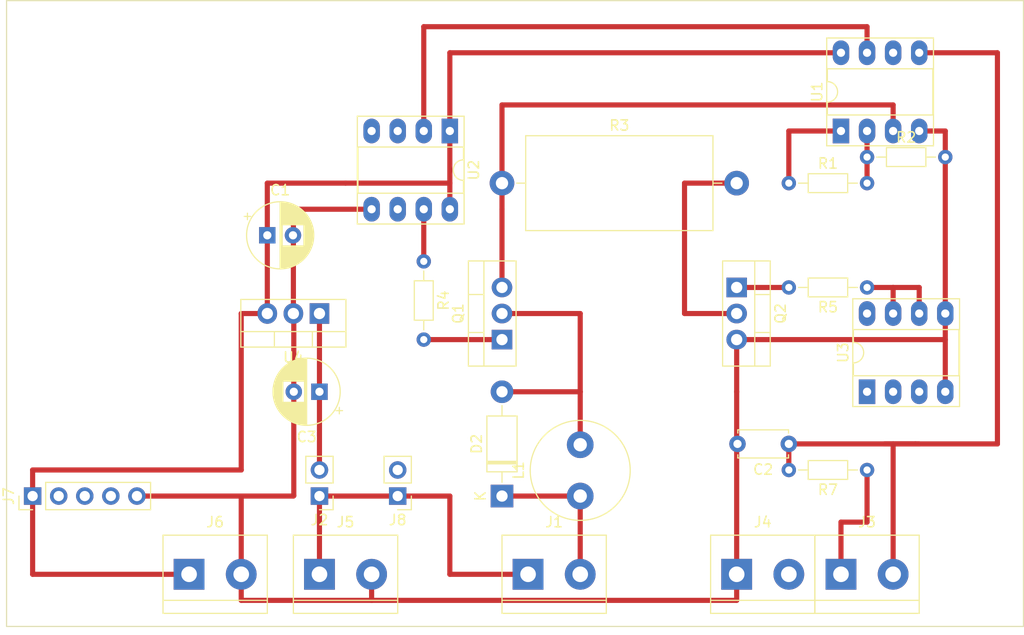
<source format=kicad_pcb>
(kicad_pcb (version 20171130) (host pcbnew "(5.1.10)-1")

  (general
    (thickness 1.6)
    (drawings 8)
    (tracks 84)
    (zones 0)
    (modules 25)
    (nets 24)
  )

  (page A4)
  (layers
    (0 F.Cu signal)
    (31 B.Cu signal)
    (32 B.Adhes user)
    (33 F.Adhes user)
    (34 B.Paste user)
    (35 F.Paste user)
    (36 B.SilkS user)
    (37 F.SilkS user)
    (38 B.Mask user)
    (39 F.Mask user)
    (40 Dwgs.User user)
    (41 Cmts.User user)
    (42 Eco1.User user)
    (43 Eco2.User user)
    (44 Edge.Cuts user)
    (45 Margin user)
    (46 B.CrtYd user)
    (47 F.CrtYd user)
    (48 B.Fab user)
    (49 F.Fab user)
  )

  (setup
    (last_trace_width 0.25)
    (user_trace_width 0.5)
    (user_trace_width 1)
    (user_trace_width 2)
    (trace_clearance 0.2)
    (zone_clearance 0.508)
    (zone_45_only no)
    (trace_min 0.2)
    (via_size 0.8)
    (via_drill 0.4)
    (via_min_size 0.4)
    (via_min_drill 0.3)
    (uvia_size 0.3)
    (uvia_drill 0.1)
    (uvias_allowed no)
    (uvia_min_size 0.2)
    (uvia_min_drill 0.1)
    (edge_width 0.05)
    (segment_width 0.2)
    (pcb_text_width 0.3)
    (pcb_text_size 1.5 1.5)
    (mod_edge_width 0.12)
    (mod_text_size 1 1)
    (mod_text_width 0.15)
    (pad_size 1.524 1.524)
    (pad_drill 0.762)
    (pad_to_mask_clearance 0)
    (aux_axis_origin 0 0)
    (visible_elements 7FFFFFFF)
    (pcbplotparams
      (layerselection 0x010fc_ffffffff)
      (usegerberextensions false)
      (usegerberattributes true)
      (usegerberadvancedattributes true)
      (creategerberjobfile true)
      (excludeedgelayer true)
      (linewidth 0.100000)
      (plotframeref false)
      (viasonmask false)
      (mode 1)
      (useauxorigin false)
      (hpglpennumber 1)
      (hpglpenspeed 20)
      (hpglpendiameter 15.000000)
      (psnegative false)
      (psa4output false)
      (plotreference true)
      (plotvalue true)
      (plotinvisibletext false)
      (padsonsilk false)
      (subtractmaskfromsilk false)
      (outputformat 1)
      (mirror false)
      (drillshape 1)
      (scaleselection 1)
      (outputdirectory ""))
  )

  (net 0 "")
  (net 1 "Net-(D2-Pad2)")
  (net 2 "Net-(Q1-Pad3)")
  (net 3 "Net-(Q1-Pad1)")
  (net 4 GND)
  (net 5 "Net-(Q2-Pad2)")
  (net 6 "Net-(Q2-Pad1)")
  (net 7 "Net-(R4-Pad1)")
  (net 8 "Net-(U2-Pad3)")
  (net 9 "Net-(R5-Pad1)")
  (net 10 "Net-(U3-Pad3)")
  (net 11 LED_ENABLE)
  (net 12 "Net-(D2-Pad1)")
  (net 13 5V)
  (net 14 "Net-(U1-Pad7)")
  (net 15 ANALOG_INPUT)
  (net 16 "Net-(C3-Pad1)")
  (net 17 INPUT_POWER)
  (net 18 PWM_INPUT)
  (net 19 "Net-(J7-Pad4)")
  (net 20 "Net-(J7-Pad3)")
  (net 21 "Net-(J7-Pad2)")
  (net 22 "Net-(R1-Pad2)")
  (net 23 "Net-(R1-Pad1)")

  (net_class Default "This is the default net class."
    (clearance 0.2)
    (trace_width 0.25)
    (via_dia 0.8)
    (via_drill 0.4)
    (uvia_dia 0.3)
    (uvia_drill 0.1)
    (add_net 5V)
    (add_net ANALOG_INPUT)
    (add_net GND)
    (add_net INPUT_POWER)
    (add_net LED_ENABLE)
    (add_net "Net-(C3-Pad1)")
    (add_net "Net-(D2-Pad1)")
    (add_net "Net-(D2-Pad2)")
    (add_net "Net-(J7-Pad2)")
    (add_net "Net-(J7-Pad3)")
    (add_net "Net-(J7-Pad4)")
    (add_net "Net-(Q1-Pad1)")
    (add_net "Net-(Q1-Pad3)")
    (add_net "Net-(Q2-Pad1)")
    (add_net "Net-(Q2-Pad2)")
    (add_net "Net-(R1-Pad1)")
    (add_net "Net-(R1-Pad2)")
    (add_net "Net-(R4-Pad1)")
    (add_net "Net-(R5-Pad1)")
    (add_net "Net-(U1-Pad7)")
    (add_net "Net-(U2-Pad3)")
    (add_net "Net-(U3-Pad3)")
    (add_net PWM_INPUT)
  )

  (module TerminalBlock:TerminalBlock_bornier-2_P5.08mm (layer F.Cu) (tedit 59FF03AB) (tstamp 61B4B79B)
    (at 205.74 147.32)
    (descr "simple 2-pin terminal block, pitch 5.08mm, revamped version of bornier2")
    (tags "terminal block bornier2")
    (path /61BAC552)
    (fp_text reference J3 (at 2.54 -5.08) (layer F.SilkS)
      (effects (font (size 1 1) (thickness 0.15)))
    )
    (fp_text value Conn_01x02 (at 2.54 5.08) (layer F.Fab)
      (effects (font (size 1 1) (thickness 0.15)))
    )
    (fp_line (start 7.79 4) (end -2.71 4) (layer F.CrtYd) (width 0.05))
    (fp_line (start 7.79 4) (end 7.79 -4) (layer F.CrtYd) (width 0.05))
    (fp_line (start -2.71 -4) (end -2.71 4) (layer F.CrtYd) (width 0.05))
    (fp_line (start -2.71 -4) (end 7.79 -4) (layer F.CrtYd) (width 0.05))
    (fp_line (start -2.54 3.81) (end 7.62 3.81) (layer F.SilkS) (width 0.12))
    (fp_line (start -2.54 -3.81) (end -2.54 3.81) (layer F.SilkS) (width 0.12))
    (fp_line (start 7.62 -3.81) (end -2.54 -3.81) (layer F.SilkS) (width 0.12))
    (fp_line (start 7.62 3.81) (end 7.62 -3.81) (layer F.SilkS) (width 0.12))
    (fp_line (start 7.62 2.54) (end -2.54 2.54) (layer F.SilkS) (width 0.12))
    (fp_line (start 7.54 -3.75) (end -2.46 -3.75) (layer F.Fab) (width 0.1))
    (fp_line (start 7.54 3.75) (end 7.54 -3.75) (layer F.Fab) (width 0.1))
    (fp_line (start -2.46 3.75) (end 7.54 3.75) (layer F.Fab) (width 0.1))
    (fp_line (start -2.46 -3.75) (end -2.46 3.75) (layer F.Fab) (width 0.1))
    (fp_line (start -2.41 2.55) (end 7.49 2.55) (layer F.Fab) (width 0.1))
    (fp_text user %R (at 2.54 0) (layer F.Fab)
      (effects (font (size 1 1) (thickness 0.15)))
    )
    (pad 2 thru_hole circle (at 5.08 0) (size 3 3) (drill 1.52) (layers *.Cu *.Mask)
      (net 15 ANALOG_INPUT))
    (pad 1 thru_hole rect (at 0 0) (size 3 3) (drill 1.52) (layers *.Cu *.Mask)
      (net 18 PWM_INPUT))
    (model ${KISYS3DMOD}/TerminalBlock.3dshapes/TerminalBlock_bornier-2_P5.08mm.wrl
      (offset (xyz 2.539999961853027 0 0))
      (scale (xyz 1 1 1))
      (rotate (xyz 0 0 0))
    )
  )

  (module Connector_PinHeader_2.54mm:PinHeader_1x02_P2.54mm_Vertical (layer F.Cu) (tedit 59FED5CC) (tstamp 61B500F6)
    (at 162.56 139.7 180)
    (descr "Through hole straight pin header, 1x02, 2.54mm pitch, single row")
    (tags "Through hole pin header THT 1x02 2.54mm single row")
    (path /61D12B26)
    (fp_text reference J8 (at 0 -2.33) (layer F.SilkS)
      (effects (font (size 1 1) (thickness 0.15)))
    )
    (fp_text value Conn_01x02_Male (at 0 4.87) (layer F.Fab)
      (effects (font (size 1 1) (thickness 0.15)))
    )
    (fp_line (start 1.8 -1.8) (end -1.8 -1.8) (layer F.CrtYd) (width 0.05))
    (fp_line (start 1.8 4.35) (end 1.8 -1.8) (layer F.CrtYd) (width 0.05))
    (fp_line (start -1.8 4.35) (end 1.8 4.35) (layer F.CrtYd) (width 0.05))
    (fp_line (start -1.8 -1.8) (end -1.8 4.35) (layer F.CrtYd) (width 0.05))
    (fp_line (start -1.33 -1.33) (end 0 -1.33) (layer F.SilkS) (width 0.12))
    (fp_line (start -1.33 0) (end -1.33 -1.33) (layer F.SilkS) (width 0.12))
    (fp_line (start -1.33 1.27) (end 1.33 1.27) (layer F.SilkS) (width 0.12))
    (fp_line (start 1.33 1.27) (end 1.33 3.87) (layer F.SilkS) (width 0.12))
    (fp_line (start -1.33 1.27) (end -1.33 3.87) (layer F.SilkS) (width 0.12))
    (fp_line (start -1.33 3.87) (end 1.33 3.87) (layer F.SilkS) (width 0.12))
    (fp_line (start -1.27 -0.635) (end -0.635 -1.27) (layer F.Fab) (width 0.1))
    (fp_line (start -1.27 3.81) (end -1.27 -0.635) (layer F.Fab) (width 0.1))
    (fp_line (start 1.27 3.81) (end -1.27 3.81) (layer F.Fab) (width 0.1))
    (fp_line (start 1.27 -1.27) (end 1.27 3.81) (layer F.Fab) (width 0.1))
    (fp_line (start -0.635 -1.27) (end 1.27 -1.27) (layer F.Fab) (width 0.1))
    (fp_text user %R (at 0 1.27 90) (layer F.Fab)
      (effects (font (size 1 1) (thickness 0.15)))
    )
    (pad 2 thru_hole oval (at 0 2.54 180) (size 1.7 1.7) (drill 1) (layers *.Cu *.Mask)
      (net 13 5V))
    (pad 1 thru_hole rect (at 0 0 180) (size 1.7 1.7) (drill 1) (layers *.Cu *.Mask)
      (net 17 INPUT_POWER))
    (model ${KISYS3DMOD}/Connector_PinHeader_2.54mm.3dshapes/PinHeader_1x02_P2.54mm_Vertical.wrl
      (at (xyz 0 0 0))
      (scale (xyz 1 1 1))
      (rotate (xyz 0 0 0))
    )
  )

  (module Package_TO_SOT_THT:TO-220-3_Vertical (layer F.Cu) (tedit 5AC8BA0D) (tstamp 61B4B941)
    (at 154.94 121.92 180)
    (descr "TO-220-3, Vertical, RM 2.54mm, see https://www.vishay.com/docs/66542/to-220-1.pdf")
    (tags "TO-220-3 Vertical RM 2.54mm")
    (path /61B64EF0)
    (fp_text reference U4 (at 2.54 -4.27) (layer F.SilkS)
      (effects (font (size 1 1) (thickness 0.15)))
    )
    (fp_text value L7805 (at 2.54 2.5) (layer F.Fab)
      (effects (font (size 1 1) (thickness 0.15)))
    )
    (fp_line (start 7.79 -3.4) (end -2.71 -3.4) (layer F.CrtYd) (width 0.05))
    (fp_line (start 7.79 1.51) (end 7.79 -3.4) (layer F.CrtYd) (width 0.05))
    (fp_line (start -2.71 1.51) (end 7.79 1.51) (layer F.CrtYd) (width 0.05))
    (fp_line (start -2.71 -3.4) (end -2.71 1.51) (layer F.CrtYd) (width 0.05))
    (fp_line (start 4.391 -3.27) (end 4.391 -1.76) (layer F.SilkS) (width 0.12))
    (fp_line (start 0.69 -3.27) (end 0.69 -1.76) (layer F.SilkS) (width 0.12))
    (fp_line (start -2.58 -1.76) (end 7.66 -1.76) (layer F.SilkS) (width 0.12))
    (fp_line (start 7.66 -3.27) (end 7.66 1.371) (layer F.SilkS) (width 0.12))
    (fp_line (start -2.58 -3.27) (end -2.58 1.371) (layer F.SilkS) (width 0.12))
    (fp_line (start -2.58 1.371) (end 7.66 1.371) (layer F.SilkS) (width 0.12))
    (fp_line (start -2.58 -3.27) (end 7.66 -3.27) (layer F.SilkS) (width 0.12))
    (fp_line (start 4.39 -3.15) (end 4.39 -1.88) (layer F.Fab) (width 0.1))
    (fp_line (start 0.69 -3.15) (end 0.69 -1.88) (layer F.Fab) (width 0.1))
    (fp_line (start -2.46 -1.88) (end 7.54 -1.88) (layer F.Fab) (width 0.1))
    (fp_line (start 7.54 -3.15) (end -2.46 -3.15) (layer F.Fab) (width 0.1))
    (fp_line (start 7.54 1.25) (end 7.54 -3.15) (layer F.Fab) (width 0.1))
    (fp_line (start -2.46 1.25) (end 7.54 1.25) (layer F.Fab) (width 0.1))
    (fp_line (start -2.46 -3.15) (end -2.46 1.25) (layer F.Fab) (width 0.1))
    (fp_text user %R (at 2.54 -4.27) (layer F.Fab)
      (effects (font (size 1 1) (thickness 0.15)))
    )
    (pad 3 thru_hole oval (at 5.08 0 180) (size 1.905 2) (drill 1.1) (layers *.Cu *.Mask)
      (net 13 5V))
    (pad 2 thru_hole oval (at 2.54 0 180) (size 1.905 2) (drill 1.1) (layers *.Cu *.Mask)
      (net 4 GND))
    (pad 1 thru_hole rect (at 0 0 180) (size 1.905 2) (drill 1.1) (layers *.Cu *.Mask)
      (net 16 "Net-(C3-Pad1)"))
    (model ${KISYS3DMOD}/Package_TO_SOT_THT.3dshapes/TO-220-3_Vertical.wrl
      (at (xyz 0 0 0))
      (scale (xyz 1 1 1))
      (rotate (xyz 0 0 0))
    )
  )

  (module Package_DIP:DIP-8_W7.62mm_Socket_LongPads (layer F.Cu) (tedit 5A02E8C5) (tstamp 61B4B927)
    (at 208.28 129.54 90)
    (descr "8-lead though-hole mounted DIP package, row spacing 7.62 mm (300 mils), Socket, LongPads")
    (tags "THT DIP DIL PDIP 2.54mm 7.62mm 300mil Socket LongPads")
    (path /6192845E)
    (fp_text reference U3 (at 3.81 -2.33 90) (layer F.SilkS)
      (effects (font (size 1 1) (thickness 0.15)))
    )
    (fp_text value TC4421 (at 3.81 9.95 90) (layer F.Fab)
      (effects (font (size 1 1) (thickness 0.15)))
    )
    (fp_line (start 9.15 -1.6) (end -1.55 -1.6) (layer F.CrtYd) (width 0.05))
    (fp_line (start 9.15 9.2) (end 9.15 -1.6) (layer F.CrtYd) (width 0.05))
    (fp_line (start -1.55 9.2) (end 9.15 9.2) (layer F.CrtYd) (width 0.05))
    (fp_line (start -1.55 -1.6) (end -1.55 9.2) (layer F.CrtYd) (width 0.05))
    (fp_line (start 9.06 -1.39) (end -1.44 -1.39) (layer F.SilkS) (width 0.12))
    (fp_line (start 9.06 9.01) (end 9.06 -1.39) (layer F.SilkS) (width 0.12))
    (fp_line (start -1.44 9.01) (end 9.06 9.01) (layer F.SilkS) (width 0.12))
    (fp_line (start -1.44 -1.39) (end -1.44 9.01) (layer F.SilkS) (width 0.12))
    (fp_line (start 6.06 -1.33) (end 4.81 -1.33) (layer F.SilkS) (width 0.12))
    (fp_line (start 6.06 8.95) (end 6.06 -1.33) (layer F.SilkS) (width 0.12))
    (fp_line (start 1.56 8.95) (end 6.06 8.95) (layer F.SilkS) (width 0.12))
    (fp_line (start 1.56 -1.33) (end 1.56 8.95) (layer F.SilkS) (width 0.12))
    (fp_line (start 2.81 -1.33) (end 1.56 -1.33) (layer F.SilkS) (width 0.12))
    (fp_line (start 8.89 -1.33) (end -1.27 -1.33) (layer F.Fab) (width 0.1))
    (fp_line (start 8.89 8.95) (end 8.89 -1.33) (layer F.Fab) (width 0.1))
    (fp_line (start -1.27 8.95) (end 8.89 8.95) (layer F.Fab) (width 0.1))
    (fp_line (start -1.27 -1.33) (end -1.27 8.95) (layer F.Fab) (width 0.1))
    (fp_line (start 0.635 -0.27) (end 1.635 -1.27) (layer F.Fab) (width 0.1))
    (fp_line (start 0.635 8.89) (end 0.635 -0.27) (layer F.Fab) (width 0.1))
    (fp_line (start 6.985 8.89) (end 0.635 8.89) (layer F.Fab) (width 0.1))
    (fp_line (start 6.985 -1.27) (end 6.985 8.89) (layer F.Fab) (width 0.1))
    (fp_line (start 1.635 -1.27) (end 6.985 -1.27) (layer F.Fab) (width 0.1))
    (fp_text user %R (at 3.81 3.81 90) (layer F.Fab)
      (effects (font (size 1 1) (thickness 0.15)))
    )
    (fp_arc (start 3.81 -1.33) (end 2.81 -1.33) (angle -180) (layer F.SilkS) (width 0.12))
    (pad 8 thru_hole oval (at 7.62 0 90) (size 2.4 1.6) (drill 0.8) (layers *.Cu *.Mask)
      (net 13 5V))
    (pad 4 thru_hole oval (at 0 7.62 90) (size 2.4 1.6) (drill 0.8) (layers *.Cu *.Mask)
      (net 4 GND))
    (pad 7 thru_hole oval (at 7.62 2.54 90) (size 2.4 1.6) (drill 0.8) (layers *.Cu *.Mask)
      (net 9 "Net-(R5-Pad1)"))
    (pad 3 thru_hole oval (at 0 5.08 90) (size 2.4 1.6) (drill 0.8) (layers *.Cu *.Mask)
      (net 10 "Net-(U3-Pad3)"))
    (pad 6 thru_hole oval (at 7.62 5.08 90) (size 2.4 1.6) (drill 0.8) (layers *.Cu *.Mask)
      (net 9 "Net-(R5-Pad1)"))
    (pad 2 thru_hole oval (at 0 2.54 90) (size 2.4 1.6) (drill 0.8) (layers *.Cu *.Mask)
      (net 11 LED_ENABLE))
    (pad 5 thru_hole oval (at 7.62 7.62 90) (size 2.4 1.6) (drill 0.8) (layers *.Cu *.Mask)
      (net 4 GND))
    (pad 1 thru_hole rect (at 0 0 90) (size 2.4 1.6) (drill 0.8) (layers *.Cu *.Mask)
      (net 13 5V))
    (model ${KISYS3DMOD}/Package_DIP.3dshapes/DIP-8_W7.62mm_Socket.wrl
      (at (xyz 0 0 0))
      (scale (xyz 1 1 1))
      (rotate (xyz 0 0 0))
    )
  )

  (module Package_DIP:DIP-8_W7.62mm_Socket_LongPads (layer F.Cu) (tedit 5A02E8C5) (tstamp 61B4B903)
    (at 167.64 104.14 270)
    (descr "8-lead though-hole mounted DIP package, row spacing 7.62 mm (300 mils), Socket, LongPads")
    (tags "THT DIP DIL PDIP 2.54mm 7.62mm 300mil Socket LongPads")
    (path /6193BDE6)
    (fp_text reference U2 (at 3.81 -2.33 90) (layer F.SilkS)
      (effects (font (size 1 1) (thickness 0.15)))
    )
    (fp_text value TC4421 (at 3.81 9.95 90) (layer F.Fab)
      (effects (font (size 1 1) (thickness 0.15)))
    )
    (fp_line (start 9.15 -1.6) (end -1.55 -1.6) (layer F.CrtYd) (width 0.05))
    (fp_line (start 9.15 9.2) (end 9.15 -1.6) (layer F.CrtYd) (width 0.05))
    (fp_line (start -1.55 9.2) (end 9.15 9.2) (layer F.CrtYd) (width 0.05))
    (fp_line (start -1.55 -1.6) (end -1.55 9.2) (layer F.CrtYd) (width 0.05))
    (fp_line (start 9.06 -1.39) (end -1.44 -1.39) (layer F.SilkS) (width 0.12))
    (fp_line (start 9.06 9.01) (end 9.06 -1.39) (layer F.SilkS) (width 0.12))
    (fp_line (start -1.44 9.01) (end 9.06 9.01) (layer F.SilkS) (width 0.12))
    (fp_line (start -1.44 -1.39) (end -1.44 9.01) (layer F.SilkS) (width 0.12))
    (fp_line (start 6.06 -1.33) (end 4.81 -1.33) (layer F.SilkS) (width 0.12))
    (fp_line (start 6.06 8.95) (end 6.06 -1.33) (layer F.SilkS) (width 0.12))
    (fp_line (start 1.56 8.95) (end 6.06 8.95) (layer F.SilkS) (width 0.12))
    (fp_line (start 1.56 -1.33) (end 1.56 8.95) (layer F.SilkS) (width 0.12))
    (fp_line (start 2.81 -1.33) (end 1.56 -1.33) (layer F.SilkS) (width 0.12))
    (fp_line (start 8.89 -1.33) (end -1.27 -1.33) (layer F.Fab) (width 0.1))
    (fp_line (start 8.89 8.95) (end 8.89 -1.33) (layer F.Fab) (width 0.1))
    (fp_line (start -1.27 8.95) (end 8.89 8.95) (layer F.Fab) (width 0.1))
    (fp_line (start -1.27 -1.33) (end -1.27 8.95) (layer F.Fab) (width 0.1))
    (fp_line (start 0.635 -0.27) (end 1.635 -1.27) (layer F.Fab) (width 0.1))
    (fp_line (start 0.635 8.89) (end 0.635 -0.27) (layer F.Fab) (width 0.1))
    (fp_line (start 6.985 8.89) (end 0.635 8.89) (layer F.Fab) (width 0.1))
    (fp_line (start 6.985 -1.27) (end 6.985 8.89) (layer F.Fab) (width 0.1))
    (fp_line (start 1.635 -1.27) (end 6.985 -1.27) (layer F.Fab) (width 0.1))
    (fp_text user %R (at 3.81 3.81 90) (layer F.Fab)
      (effects (font (size 1 1) (thickness 0.15)))
    )
    (fp_arc (start 3.81 -1.33) (end 2.81 -1.33) (angle -180) (layer F.SilkS) (width 0.12))
    (pad 8 thru_hole oval (at 7.62 0 270) (size 2.4 1.6) (drill 0.8) (layers *.Cu *.Mask)
      (net 13 5V))
    (pad 4 thru_hole oval (at 0 7.62 270) (size 2.4 1.6) (drill 0.8) (layers *.Cu *.Mask)
      (net 4 GND))
    (pad 7 thru_hole oval (at 7.62 2.54 270) (size 2.4 1.6) (drill 0.8) (layers *.Cu *.Mask)
      (net 7 "Net-(R4-Pad1)"))
    (pad 3 thru_hole oval (at 0 5.08 270) (size 2.4 1.6) (drill 0.8) (layers *.Cu *.Mask)
      (net 8 "Net-(U2-Pad3)"))
    (pad 6 thru_hole oval (at 7.62 5.08 270) (size 2.4 1.6) (drill 0.8) (layers *.Cu *.Mask)
      (net 7 "Net-(R4-Pad1)"))
    (pad 2 thru_hole oval (at 0 2.54 270) (size 2.4 1.6) (drill 0.8) (layers *.Cu *.Mask)
      (net 14 "Net-(U1-Pad7)"))
    (pad 5 thru_hole oval (at 7.62 7.62 270) (size 2.4 1.6) (drill 0.8) (layers *.Cu *.Mask)
      (net 4 GND))
    (pad 1 thru_hole rect (at 0 0 270) (size 2.4 1.6) (drill 0.8) (layers *.Cu *.Mask)
      (net 13 5V))
    (model ${KISYS3DMOD}/Package_DIP.3dshapes/DIP-8_W7.62mm_Socket.wrl
      (at (xyz 0 0 0))
      (scale (xyz 1 1 1))
      (rotate (xyz 0 0 0))
    )
  )

  (module Package_DIP:DIP-8_W7.62mm_Socket_LongPads (layer F.Cu) (tedit 5A02E8C5) (tstamp 61B4B8DF)
    (at 205.74 104.14 90)
    (descr "8-lead though-hole mounted DIP package, row spacing 7.62 mm (300 mils), Socket, LongPads")
    (tags "THT DIP DIL PDIP 2.54mm 7.62mm 300mil Socket LongPads")
    (path /61B445A9)
    (fp_text reference U1 (at 3.81 -2.33 90) (layer F.SilkS)
      (effects (font (size 1 1) (thickness 0.15)))
    )
    (fp_text value LM358 (at 3.81 9.95 90) (layer F.Fab)
      (effects (font (size 1 1) (thickness 0.15)))
    )
    (fp_line (start 9.15 -1.6) (end -1.55 -1.6) (layer F.CrtYd) (width 0.05))
    (fp_line (start 9.15 9.2) (end 9.15 -1.6) (layer F.CrtYd) (width 0.05))
    (fp_line (start -1.55 9.2) (end 9.15 9.2) (layer F.CrtYd) (width 0.05))
    (fp_line (start -1.55 -1.6) (end -1.55 9.2) (layer F.CrtYd) (width 0.05))
    (fp_line (start 9.06 -1.39) (end -1.44 -1.39) (layer F.SilkS) (width 0.12))
    (fp_line (start 9.06 9.01) (end 9.06 -1.39) (layer F.SilkS) (width 0.12))
    (fp_line (start -1.44 9.01) (end 9.06 9.01) (layer F.SilkS) (width 0.12))
    (fp_line (start -1.44 -1.39) (end -1.44 9.01) (layer F.SilkS) (width 0.12))
    (fp_line (start 6.06 -1.33) (end 4.81 -1.33) (layer F.SilkS) (width 0.12))
    (fp_line (start 6.06 8.95) (end 6.06 -1.33) (layer F.SilkS) (width 0.12))
    (fp_line (start 1.56 8.95) (end 6.06 8.95) (layer F.SilkS) (width 0.12))
    (fp_line (start 1.56 -1.33) (end 1.56 8.95) (layer F.SilkS) (width 0.12))
    (fp_line (start 2.81 -1.33) (end 1.56 -1.33) (layer F.SilkS) (width 0.12))
    (fp_line (start 8.89 -1.33) (end -1.27 -1.33) (layer F.Fab) (width 0.1))
    (fp_line (start 8.89 8.95) (end 8.89 -1.33) (layer F.Fab) (width 0.1))
    (fp_line (start -1.27 8.95) (end 8.89 8.95) (layer F.Fab) (width 0.1))
    (fp_line (start -1.27 -1.33) (end -1.27 8.95) (layer F.Fab) (width 0.1))
    (fp_line (start 0.635 -0.27) (end 1.635 -1.27) (layer F.Fab) (width 0.1))
    (fp_line (start 0.635 8.89) (end 0.635 -0.27) (layer F.Fab) (width 0.1))
    (fp_line (start 6.985 8.89) (end 0.635 8.89) (layer F.Fab) (width 0.1))
    (fp_line (start 6.985 -1.27) (end 6.985 8.89) (layer F.Fab) (width 0.1))
    (fp_line (start 1.635 -1.27) (end 6.985 -1.27) (layer F.Fab) (width 0.1))
    (fp_text user %R (at 3.81 3.81 90) (layer F.Fab)
      (effects (font (size 1 1) (thickness 0.15)))
    )
    (fp_arc (start 3.81 -1.33) (end 2.81 -1.33) (angle -180) (layer F.SilkS) (width 0.12))
    (pad 8 thru_hole oval (at 7.62 0 90) (size 2.4 1.6) (drill 0.8) (layers *.Cu *.Mask)
      (net 13 5V))
    (pad 4 thru_hole oval (at 0 7.62 90) (size 2.4 1.6) (drill 0.8) (layers *.Cu *.Mask)
      (net 4 GND))
    (pad 7 thru_hole oval (at 7.62 2.54 90) (size 2.4 1.6) (drill 0.8) (layers *.Cu *.Mask)
      (net 14 "Net-(U1-Pad7)"))
    (pad 3 thru_hole oval (at 0 5.08 90) (size 2.4 1.6) (drill 0.8) (layers *.Cu *.Mask)
      (net 2 "Net-(Q1-Pad3)"))
    (pad 6 thru_hole oval (at 7.62 5.08 90) (size 2.4 1.6) (drill 0.8) (layers *.Cu *.Mask)
      (net 23 "Net-(R1-Pad1)"))
    (pad 2 thru_hole oval (at 0 2.54 90) (size 2.4 1.6) (drill 0.8) (layers *.Cu *.Mask)
      (net 22 "Net-(R1-Pad2)"))
    (pad 5 thru_hole oval (at 7.62 7.62 90) (size 2.4 1.6) (drill 0.8) (layers *.Cu *.Mask)
      (net 15 ANALOG_INPUT))
    (pad 1 thru_hole rect (at 0 0 90) (size 2.4 1.6) (drill 0.8) (layers *.Cu *.Mask)
      (net 23 "Net-(R1-Pad1)"))
    (model ${KISYS3DMOD}/Package_DIP.3dshapes/DIP-8_W7.62mm_Socket.wrl
      (at (xyz 0 0 0))
      (scale (xyz 1 1 1))
      (rotate (xyz 0 0 0))
    )
  )

  (module Resistor_THT:R_Axial_DIN0204_L3.6mm_D1.6mm_P7.62mm_Horizontal (layer F.Cu) (tedit 5AE5139B) (tstamp 61B4B8BB)
    (at 208.28 137.16 180)
    (descr "Resistor, Axial_DIN0204 series, Axial, Horizontal, pin pitch=7.62mm, 0.167W, length*diameter=3.6*1.6mm^2, http://cdn-reichelt.de/documents/datenblatt/B400/1_4W%23YAG.pdf")
    (tags "Resistor Axial_DIN0204 series Axial Horizontal pin pitch 7.62mm 0.167W length 3.6mm diameter 1.6mm")
    (path /61948C11)
    (fp_text reference R7 (at 3.81 -1.92) (layer F.SilkS)
      (effects (font (size 1 1) (thickness 0.15)))
    )
    (fp_text value 5.1k (at 3.81 1.92) (layer F.Fab)
      (effects (font (size 1 1) (thickness 0.15)))
    )
    (fp_line (start 8.57 -1.05) (end -0.95 -1.05) (layer F.CrtYd) (width 0.05))
    (fp_line (start 8.57 1.05) (end 8.57 -1.05) (layer F.CrtYd) (width 0.05))
    (fp_line (start -0.95 1.05) (end 8.57 1.05) (layer F.CrtYd) (width 0.05))
    (fp_line (start -0.95 -1.05) (end -0.95 1.05) (layer F.CrtYd) (width 0.05))
    (fp_line (start 6.68 0) (end 5.73 0) (layer F.SilkS) (width 0.12))
    (fp_line (start 0.94 0) (end 1.89 0) (layer F.SilkS) (width 0.12))
    (fp_line (start 5.73 -0.92) (end 1.89 -0.92) (layer F.SilkS) (width 0.12))
    (fp_line (start 5.73 0.92) (end 5.73 -0.92) (layer F.SilkS) (width 0.12))
    (fp_line (start 1.89 0.92) (end 5.73 0.92) (layer F.SilkS) (width 0.12))
    (fp_line (start 1.89 -0.92) (end 1.89 0.92) (layer F.SilkS) (width 0.12))
    (fp_line (start 7.62 0) (end 5.61 0) (layer F.Fab) (width 0.1))
    (fp_line (start 0 0) (end 2.01 0) (layer F.Fab) (width 0.1))
    (fp_line (start 5.61 -0.8) (end 2.01 -0.8) (layer F.Fab) (width 0.1))
    (fp_line (start 5.61 0.8) (end 5.61 -0.8) (layer F.Fab) (width 0.1))
    (fp_line (start 2.01 0.8) (end 5.61 0.8) (layer F.Fab) (width 0.1))
    (fp_line (start 2.01 -0.8) (end 2.01 0.8) (layer F.Fab) (width 0.1))
    (fp_text user %R (at 3.81 0) (layer F.Fab)
      (effects (font (size 0.72 0.72) (thickness 0.108)))
    )
    (pad 2 thru_hole oval (at 7.62 0 180) (size 1.4 1.4) (drill 0.7) (layers *.Cu *.Mask)
      (net 15 ANALOG_INPUT))
    (pad 1 thru_hole circle (at 0 0 180) (size 1.4 1.4) (drill 0.7) (layers *.Cu *.Mask)
      (net 18 PWM_INPUT))
    (model ${KISYS3DMOD}/Resistor_THT.3dshapes/R_Axial_DIN0204_L3.6mm_D1.6mm_P7.62mm_Horizontal.wrl
      (at (xyz 0 0 0))
      (scale (xyz 1 1 1))
      (rotate (xyz 0 0 0))
    )
  )

  (module Resistor_THT:R_Axial_DIN0204_L3.6mm_D1.6mm_P7.62mm_Horizontal (layer F.Cu) (tedit 5AE5139B) (tstamp 61B4B8A4)
    (at 208.28 119.38 180)
    (descr "Resistor, Axial_DIN0204 series, Axial, Horizontal, pin pitch=7.62mm, 0.167W, length*diameter=3.6*1.6mm^2, http://cdn-reichelt.de/documents/datenblatt/B400/1_4W%23YAG.pdf")
    (tags "Resistor Axial_DIN0204 series Axial Horizontal pin pitch 7.62mm 0.167W length 3.6mm diameter 1.6mm")
    (path /6195E694)
    (fp_text reference R5 (at 3.81 -1.92) (layer F.SilkS)
      (effects (font (size 1 1) (thickness 0.15)))
    )
    (fp_text value 10 (at 3.81 1.92) (layer F.Fab)
      (effects (font (size 1 1) (thickness 0.15)))
    )
    (fp_line (start 8.57 -1.05) (end -0.95 -1.05) (layer F.CrtYd) (width 0.05))
    (fp_line (start 8.57 1.05) (end 8.57 -1.05) (layer F.CrtYd) (width 0.05))
    (fp_line (start -0.95 1.05) (end 8.57 1.05) (layer F.CrtYd) (width 0.05))
    (fp_line (start -0.95 -1.05) (end -0.95 1.05) (layer F.CrtYd) (width 0.05))
    (fp_line (start 6.68 0) (end 5.73 0) (layer F.SilkS) (width 0.12))
    (fp_line (start 0.94 0) (end 1.89 0) (layer F.SilkS) (width 0.12))
    (fp_line (start 5.73 -0.92) (end 1.89 -0.92) (layer F.SilkS) (width 0.12))
    (fp_line (start 5.73 0.92) (end 5.73 -0.92) (layer F.SilkS) (width 0.12))
    (fp_line (start 1.89 0.92) (end 5.73 0.92) (layer F.SilkS) (width 0.12))
    (fp_line (start 1.89 -0.92) (end 1.89 0.92) (layer F.SilkS) (width 0.12))
    (fp_line (start 7.62 0) (end 5.61 0) (layer F.Fab) (width 0.1))
    (fp_line (start 0 0) (end 2.01 0) (layer F.Fab) (width 0.1))
    (fp_line (start 5.61 -0.8) (end 2.01 -0.8) (layer F.Fab) (width 0.1))
    (fp_line (start 5.61 0.8) (end 5.61 -0.8) (layer F.Fab) (width 0.1))
    (fp_line (start 2.01 0.8) (end 5.61 0.8) (layer F.Fab) (width 0.1))
    (fp_line (start 2.01 -0.8) (end 2.01 0.8) (layer F.Fab) (width 0.1))
    (fp_text user %R (at 3.81 0) (layer F.Fab)
      (effects (font (size 0.72 0.72) (thickness 0.108)))
    )
    (pad 2 thru_hole oval (at 7.62 0 180) (size 1.4 1.4) (drill 0.7) (layers *.Cu *.Mask)
      (net 6 "Net-(Q2-Pad1)"))
    (pad 1 thru_hole circle (at 0 0 180) (size 1.4 1.4) (drill 0.7) (layers *.Cu *.Mask)
      (net 9 "Net-(R5-Pad1)"))
    (model ${KISYS3DMOD}/Resistor_THT.3dshapes/R_Axial_DIN0204_L3.6mm_D1.6mm_P7.62mm_Horizontal.wrl
      (at (xyz 0 0 0))
      (scale (xyz 1 1 1))
      (rotate (xyz 0 0 0))
    )
  )

  (module Resistor_THT:R_Axial_DIN0204_L3.6mm_D1.6mm_P7.62mm_Horizontal (layer F.Cu) (tedit 5AE5139B) (tstamp 61B4B88D)
    (at 165.1 116.84 270)
    (descr "Resistor, Axial_DIN0204 series, Axial, Horizontal, pin pitch=7.62mm, 0.167W, length*diameter=3.6*1.6mm^2, http://cdn-reichelt.de/documents/datenblatt/B400/1_4W%23YAG.pdf")
    (tags "Resistor Axial_DIN0204 series Axial Horizontal pin pitch 7.62mm 0.167W length 3.6mm diameter 1.6mm")
    (path /6193B2AD)
    (fp_text reference R4 (at 3.81 -1.92 90) (layer F.SilkS)
      (effects (font (size 1 1) (thickness 0.15)))
    )
    (fp_text value 10 (at 3.81 1.92 90) (layer F.Fab)
      (effects (font (size 1 1) (thickness 0.15)))
    )
    (fp_line (start 8.57 -1.05) (end -0.95 -1.05) (layer F.CrtYd) (width 0.05))
    (fp_line (start 8.57 1.05) (end 8.57 -1.05) (layer F.CrtYd) (width 0.05))
    (fp_line (start -0.95 1.05) (end 8.57 1.05) (layer F.CrtYd) (width 0.05))
    (fp_line (start -0.95 -1.05) (end -0.95 1.05) (layer F.CrtYd) (width 0.05))
    (fp_line (start 6.68 0) (end 5.73 0) (layer F.SilkS) (width 0.12))
    (fp_line (start 0.94 0) (end 1.89 0) (layer F.SilkS) (width 0.12))
    (fp_line (start 5.73 -0.92) (end 1.89 -0.92) (layer F.SilkS) (width 0.12))
    (fp_line (start 5.73 0.92) (end 5.73 -0.92) (layer F.SilkS) (width 0.12))
    (fp_line (start 1.89 0.92) (end 5.73 0.92) (layer F.SilkS) (width 0.12))
    (fp_line (start 1.89 -0.92) (end 1.89 0.92) (layer F.SilkS) (width 0.12))
    (fp_line (start 7.62 0) (end 5.61 0) (layer F.Fab) (width 0.1))
    (fp_line (start 0 0) (end 2.01 0) (layer F.Fab) (width 0.1))
    (fp_line (start 5.61 -0.8) (end 2.01 -0.8) (layer F.Fab) (width 0.1))
    (fp_line (start 5.61 0.8) (end 5.61 -0.8) (layer F.Fab) (width 0.1))
    (fp_line (start 2.01 0.8) (end 5.61 0.8) (layer F.Fab) (width 0.1))
    (fp_line (start 2.01 -0.8) (end 2.01 0.8) (layer F.Fab) (width 0.1))
    (fp_text user %R (at 3.81 0 90) (layer F.Fab)
      (effects (font (size 0.72 0.72) (thickness 0.108)))
    )
    (pad 2 thru_hole oval (at 7.62 0 270) (size 1.4 1.4) (drill 0.7) (layers *.Cu *.Mask)
      (net 3 "Net-(Q1-Pad1)"))
    (pad 1 thru_hole circle (at 0 0 270) (size 1.4 1.4) (drill 0.7) (layers *.Cu *.Mask)
      (net 7 "Net-(R4-Pad1)"))
    (model ${KISYS3DMOD}/Resistor_THT.3dshapes/R_Axial_DIN0204_L3.6mm_D1.6mm_P7.62mm_Horizontal.wrl
      (at (xyz 0 0 0))
      (scale (xyz 1 1 1))
      (rotate (xyz 0 0 0))
    )
  )

  (module Resistor_THT:R_Axial_DIN0918_L18.0mm_D9.0mm_P22.86mm_Horizontal (layer F.Cu) (tedit 5AE5139B) (tstamp 61B4DA2D)
    (at 172.72 109.22)
    (descr "Resistor, Axial_DIN0918 series, Axial, Horizontal, pin pitch=22.86mm, 4W, length*diameter=18*9mm^2")
    (tags "Resistor Axial_DIN0918 series Axial Horizontal pin pitch 22.86mm 4W length 18mm diameter 9mm")
    (path /6194D6E2)
    (fp_text reference R3 (at 11.43 -5.62) (layer F.SilkS)
      (effects (font (size 1 1) (thickness 0.15)))
    )
    (fp_text value 1 (at 11.43 5.62) (layer F.Fab)
      (effects (font (size 1 1) (thickness 0.15)))
    )
    (fp_line (start 24.31 -4.75) (end -1.45 -4.75) (layer F.CrtYd) (width 0.05))
    (fp_line (start 24.31 4.75) (end 24.31 -4.75) (layer F.CrtYd) (width 0.05))
    (fp_line (start -1.45 4.75) (end 24.31 4.75) (layer F.CrtYd) (width 0.05))
    (fp_line (start -1.45 -4.75) (end -1.45 4.75) (layer F.CrtYd) (width 0.05))
    (fp_line (start 21.42 0) (end 20.55 0) (layer F.SilkS) (width 0.12))
    (fp_line (start 1.44 0) (end 2.31 0) (layer F.SilkS) (width 0.12))
    (fp_line (start 20.55 -4.62) (end 2.31 -4.62) (layer F.SilkS) (width 0.12))
    (fp_line (start 20.55 4.62) (end 20.55 -4.62) (layer F.SilkS) (width 0.12))
    (fp_line (start 2.31 4.62) (end 20.55 4.62) (layer F.SilkS) (width 0.12))
    (fp_line (start 2.31 -4.62) (end 2.31 4.62) (layer F.SilkS) (width 0.12))
    (fp_line (start 22.86 0) (end 20.43 0) (layer F.Fab) (width 0.1))
    (fp_line (start 0 0) (end 2.43 0) (layer F.Fab) (width 0.1))
    (fp_line (start 20.43 -4.5) (end 2.43 -4.5) (layer F.Fab) (width 0.1))
    (fp_line (start 20.43 4.5) (end 20.43 -4.5) (layer F.Fab) (width 0.1))
    (fp_line (start 2.43 4.5) (end 20.43 4.5) (layer F.Fab) (width 0.1))
    (fp_line (start 2.43 -4.5) (end 2.43 4.5) (layer F.Fab) (width 0.1))
    (fp_text user %R (at 11.43 0) (layer F.Fab)
      (effects (font (size 1 1) (thickness 0.15)))
    )
    (pad 2 thru_hole oval (at 22.86 0) (size 2.4 2.4) (drill 1.2) (layers *.Cu *.Mask)
      (net 5 "Net-(Q2-Pad2)"))
    (pad 1 thru_hole circle (at 0 0) (size 2.4 2.4) (drill 1.2) (layers *.Cu *.Mask)
      (net 2 "Net-(Q1-Pad3)"))
    (model ${KISYS3DMOD}/Resistor_THT.3dshapes/R_Axial_DIN0918_L18.0mm_D9.0mm_P22.86mm_Horizontal.wrl
      (at (xyz 0 0 0))
      (scale (xyz 1 1 1))
      (rotate (xyz 0 0 0))
    )
  )

  (module Resistor_THT:R_Axial_DIN0204_L3.6mm_D1.6mm_P7.62mm_Horizontal (layer F.Cu) (tedit 5AE5139B) (tstamp 61B4F494)
    (at 208.28 106.68)
    (descr "Resistor, Axial_DIN0204 series, Axial, Horizontal, pin pitch=7.62mm, 0.167W, length*diameter=3.6*1.6mm^2, http://cdn-reichelt.de/documents/datenblatt/B400/1_4W%23YAG.pdf")
    (tags "Resistor Axial_DIN0204 series Axial Horizontal pin pitch 7.62mm 0.167W length 3.6mm diameter 1.6mm")
    (path /61957AA4)
    (fp_text reference R2 (at 3.81 -1.92) (layer F.SilkS)
      (effects (font (size 1 1) (thickness 0.15)))
    )
    (fp_text value 1k (at 3.81 1.92) (layer F.Fab)
      (effects (font (size 1 1) (thickness 0.15)))
    )
    (fp_line (start 8.57 -1.05) (end -0.95 -1.05) (layer F.CrtYd) (width 0.05))
    (fp_line (start 8.57 1.05) (end 8.57 -1.05) (layer F.CrtYd) (width 0.05))
    (fp_line (start -0.95 1.05) (end 8.57 1.05) (layer F.CrtYd) (width 0.05))
    (fp_line (start -0.95 -1.05) (end -0.95 1.05) (layer F.CrtYd) (width 0.05))
    (fp_line (start 6.68 0) (end 5.73 0) (layer F.SilkS) (width 0.12))
    (fp_line (start 0.94 0) (end 1.89 0) (layer F.SilkS) (width 0.12))
    (fp_line (start 5.73 -0.92) (end 1.89 -0.92) (layer F.SilkS) (width 0.12))
    (fp_line (start 5.73 0.92) (end 5.73 -0.92) (layer F.SilkS) (width 0.12))
    (fp_line (start 1.89 0.92) (end 5.73 0.92) (layer F.SilkS) (width 0.12))
    (fp_line (start 1.89 -0.92) (end 1.89 0.92) (layer F.SilkS) (width 0.12))
    (fp_line (start 7.62 0) (end 5.61 0) (layer F.Fab) (width 0.1))
    (fp_line (start 0 0) (end 2.01 0) (layer F.Fab) (width 0.1))
    (fp_line (start 5.61 -0.8) (end 2.01 -0.8) (layer F.Fab) (width 0.1))
    (fp_line (start 5.61 0.8) (end 5.61 -0.8) (layer F.Fab) (width 0.1))
    (fp_line (start 2.01 0.8) (end 5.61 0.8) (layer F.Fab) (width 0.1))
    (fp_line (start 2.01 -0.8) (end 2.01 0.8) (layer F.Fab) (width 0.1))
    (fp_text user %R (at 3.81 0) (layer F.Fab)
      (effects (font (size 0.72 0.72) (thickness 0.108)))
    )
    (pad 2 thru_hole oval (at 7.62 0) (size 1.4 1.4) (drill 0.7) (layers *.Cu *.Mask)
      (net 4 GND))
    (pad 1 thru_hole circle (at 0 0) (size 1.4 1.4) (drill 0.7) (layers *.Cu *.Mask)
      (net 22 "Net-(R1-Pad2)"))
    (model ${KISYS3DMOD}/Resistor_THT.3dshapes/R_Axial_DIN0204_L3.6mm_D1.6mm_P7.62mm_Horizontal.wrl
      (at (xyz 0 0 0))
      (scale (xyz 1 1 1))
      (rotate (xyz 0 0 0))
    )
  )

  (module Resistor_THT:R_Axial_DIN0204_L3.6mm_D1.6mm_P7.62mm_Horizontal (layer F.Cu) (tedit 5AE5139B) (tstamp 61B4E769)
    (at 200.66 109.22)
    (descr "Resistor, Axial_DIN0204 series, Axial, Horizontal, pin pitch=7.62mm, 0.167W, length*diameter=3.6*1.6mm^2, http://cdn-reichelt.de/documents/datenblatt/B400/1_4W%23YAG.pdf")
    (tags "Resistor Axial_DIN0204 series Axial Horizontal pin pitch 7.62mm 0.167W length 3.6mm diameter 1.6mm")
    (path /6195716A)
    (fp_text reference R1 (at 3.81 -1.92) (layer F.SilkS)
      (effects (font (size 1 1) (thickness 0.15)))
    )
    (fp_text value 10k (at 3.81 1.92) (layer F.Fab)
      (effects (font (size 1 1) (thickness 0.15)))
    )
    (fp_line (start 8.57 -1.05) (end -0.95 -1.05) (layer F.CrtYd) (width 0.05))
    (fp_line (start 8.57 1.05) (end 8.57 -1.05) (layer F.CrtYd) (width 0.05))
    (fp_line (start -0.95 1.05) (end 8.57 1.05) (layer F.CrtYd) (width 0.05))
    (fp_line (start -0.95 -1.05) (end -0.95 1.05) (layer F.CrtYd) (width 0.05))
    (fp_line (start 6.68 0) (end 5.73 0) (layer F.SilkS) (width 0.12))
    (fp_line (start 0.94 0) (end 1.89 0) (layer F.SilkS) (width 0.12))
    (fp_line (start 5.73 -0.92) (end 1.89 -0.92) (layer F.SilkS) (width 0.12))
    (fp_line (start 5.73 0.92) (end 5.73 -0.92) (layer F.SilkS) (width 0.12))
    (fp_line (start 1.89 0.92) (end 5.73 0.92) (layer F.SilkS) (width 0.12))
    (fp_line (start 1.89 -0.92) (end 1.89 0.92) (layer F.SilkS) (width 0.12))
    (fp_line (start 7.62 0) (end 5.61 0) (layer F.Fab) (width 0.1))
    (fp_line (start 0 0) (end 2.01 0) (layer F.Fab) (width 0.1))
    (fp_line (start 5.61 -0.8) (end 2.01 -0.8) (layer F.Fab) (width 0.1))
    (fp_line (start 5.61 0.8) (end 5.61 -0.8) (layer F.Fab) (width 0.1))
    (fp_line (start 2.01 0.8) (end 5.61 0.8) (layer F.Fab) (width 0.1))
    (fp_line (start 2.01 -0.8) (end 2.01 0.8) (layer F.Fab) (width 0.1))
    (fp_text user %R (at 3.81 0) (layer F.Fab)
      (effects (font (size 0.72 0.72) (thickness 0.108)))
    )
    (pad 2 thru_hole oval (at 7.62 0) (size 1.4 1.4) (drill 0.7) (layers *.Cu *.Mask)
      (net 22 "Net-(R1-Pad2)"))
    (pad 1 thru_hole circle (at 0 0) (size 1.4 1.4) (drill 0.7) (layers *.Cu *.Mask)
      (net 23 "Net-(R1-Pad1)"))
    (model ${KISYS3DMOD}/Resistor_THT.3dshapes/R_Axial_DIN0204_L3.6mm_D1.6mm_P7.62mm_Horizontal.wrl
      (at (xyz 0 0 0))
      (scale (xyz 1 1 1))
      (rotate (xyz 0 0 0))
    )
  )

  (module Package_TO_SOT_THT:TO-220-3_Vertical (layer F.Cu) (tedit 5AC8BA0D) (tstamp 61B4B831)
    (at 195.58 119.38 270)
    (descr "TO-220-3, Vertical, RM 2.54mm, see https://www.vishay.com/docs/66542/to-220-1.pdf")
    (tags "TO-220-3 Vertical RM 2.54mm")
    (path /619271AD)
    (fp_text reference Q2 (at 2.54 -4.27 90) (layer F.SilkS)
      (effects (font (size 1 1) (thickness 0.15)))
    )
    (fp_text value IRLZ44N (at 2.54 2.5 90) (layer F.Fab)
      (effects (font (size 1 1) (thickness 0.15)))
    )
    (fp_line (start 7.79 -3.4) (end -2.71 -3.4) (layer F.CrtYd) (width 0.05))
    (fp_line (start 7.79 1.51) (end 7.79 -3.4) (layer F.CrtYd) (width 0.05))
    (fp_line (start -2.71 1.51) (end 7.79 1.51) (layer F.CrtYd) (width 0.05))
    (fp_line (start -2.71 -3.4) (end -2.71 1.51) (layer F.CrtYd) (width 0.05))
    (fp_line (start 4.391 -3.27) (end 4.391 -1.76) (layer F.SilkS) (width 0.12))
    (fp_line (start 0.69 -3.27) (end 0.69 -1.76) (layer F.SilkS) (width 0.12))
    (fp_line (start -2.58 -1.76) (end 7.66 -1.76) (layer F.SilkS) (width 0.12))
    (fp_line (start 7.66 -3.27) (end 7.66 1.371) (layer F.SilkS) (width 0.12))
    (fp_line (start -2.58 -3.27) (end -2.58 1.371) (layer F.SilkS) (width 0.12))
    (fp_line (start -2.58 1.371) (end 7.66 1.371) (layer F.SilkS) (width 0.12))
    (fp_line (start -2.58 -3.27) (end 7.66 -3.27) (layer F.SilkS) (width 0.12))
    (fp_line (start 4.39 -3.15) (end 4.39 -1.88) (layer F.Fab) (width 0.1))
    (fp_line (start 0.69 -3.15) (end 0.69 -1.88) (layer F.Fab) (width 0.1))
    (fp_line (start -2.46 -1.88) (end 7.54 -1.88) (layer F.Fab) (width 0.1))
    (fp_line (start 7.54 -3.15) (end -2.46 -3.15) (layer F.Fab) (width 0.1))
    (fp_line (start 7.54 1.25) (end 7.54 -3.15) (layer F.Fab) (width 0.1))
    (fp_line (start -2.46 1.25) (end 7.54 1.25) (layer F.Fab) (width 0.1))
    (fp_line (start -2.46 -3.15) (end -2.46 1.25) (layer F.Fab) (width 0.1))
    (fp_text user %R (at 2.54 -4.27 90) (layer F.Fab)
      (effects (font (size 1 1) (thickness 0.15)))
    )
    (pad 3 thru_hole oval (at 5.08 0 270) (size 1.905 2) (drill 1.1) (layers *.Cu *.Mask)
      (net 4 GND))
    (pad 2 thru_hole oval (at 2.54 0 270) (size 1.905 2) (drill 1.1) (layers *.Cu *.Mask)
      (net 5 "Net-(Q2-Pad2)"))
    (pad 1 thru_hole rect (at 0 0 270) (size 1.905 2) (drill 1.1) (layers *.Cu *.Mask)
      (net 6 "Net-(Q2-Pad1)"))
    (model ${KISYS3DMOD}/Package_TO_SOT_THT.3dshapes/TO-220-3_Vertical.wrl
      (at (xyz 0 0 0))
      (scale (xyz 1 1 1))
      (rotate (xyz 0 0 0))
    )
  )

  (module Package_TO_SOT_THT:TO-220-3_Vertical (layer F.Cu) (tedit 5AC8BA0D) (tstamp 61B4B817)
    (at 172.72 124.46 90)
    (descr "TO-220-3, Vertical, RM 2.54mm, see https://www.vishay.com/docs/66542/to-220-1.pdf")
    (tags "TO-220-3 Vertical RM 2.54mm")
    (path /619359CF)
    (fp_text reference Q1 (at 2.54 -4.27 90) (layer F.SilkS)
      (effects (font (size 1 1) (thickness 0.15)))
    )
    (fp_text value IRLZ44N (at 2.54 2.5 90) (layer F.Fab)
      (effects (font (size 1 1) (thickness 0.15)))
    )
    (fp_line (start 7.79 -3.4) (end -2.71 -3.4) (layer F.CrtYd) (width 0.05))
    (fp_line (start 7.79 1.51) (end 7.79 -3.4) (layer F.CrtYd) (width 0.05))
    (fp_line (start -2.71 1.51) (end 7.79 1.51) (layer F.CrtYd) (width 0.05))
    (fp_line (start -2.71 -3.4) (end -2.71 1.51) (layer F.CrtYd) (width 0.05))
    (fp_line (start 4.391 -3.27) (end 4.391 -1.76) (layer F.SilkS) (width 0.12))
    (fp_line (start 0.69 -3.27) (end 0.69 -1.76) (layer F.SilkS) (width 0.12))
    (fp_line (start -2.58 -1.76) (end 7.66 -1.76) (layer F.SilkS) (width 0.12))
    (fp_line (start 7.66 -3.27) (end 7.66 1.371) (layer F.SilkS) (width 0.12))
    (fp_line (start -2.58 -3.27) (end -2.58 1.371) (layer F.SilkS) (width 0.12))
    (fp_line (start -2.58 1.371) (end 7.66 1.371) (layer F.SilkS) (width 0.12))
    (fp_line (start -2.58 -3.27) (end 7.66 -3.27) (layer F.SilkS) (width 0.12))
    (fp_line (start 4.39 -3.15) (end 4.39 -1.88) (layer F.Fab) (width 0.1))
    (fp_line (start 0.69 -3.15) (end 0.69 -1.88) (layer F.Fab) (width 0.1))
    (fp_line (start -2.46 -1.88) (end 7.54 -1.88) (layer F.Fab) (width 0.1))
    (fp_line (start 7.54 -3.15) (end -2.46 -3.15) (layer F.Fab) (width 0.1))
    (fp_line (start 7.54 1.25) (end 7.54 -3.15) (layer F.Fab) (width 0.1))
    (fp_line (start -2.46 1.25) (end 7.54 1.25) (layer F.Fab) (width 0.1))
    (fp_line (start -2.46 -3.15) (end -2.46 1.25) (layer F.Fab) (width 0.1))
    (fp_text user %R (at 2.54 -4.27 90) (layer F.Fab)
      (effects (font (size 1 1) (thickness 0.15)))
    )
    (pad 3 thru_hole oval (at 5.08 0 90) (size 1.905 2) (drill 1.1) (layers *.Cu *.Mask)
      (net 2 "Net-(Q1-Pad3)"))
    (pad 2 thru_hole oval (at 2.54 0 90) (size 1.905 2) (drill 1.1) (layers *.Cu *.Mask)
      (net 1 "Net-(D2-Pad2)"))
    (pad 1 thru_hole rect (at 0 0 90) (size 1.905 2) (drill 1.1) (layers *.Cu *.Mask)
      (net 3 "Net-(Q1-Pad1)"))
    (model ${KISYS3DMOD}/Package_TO_SOT_THT.3dshapes/TO-220-3_Vertical.wrl
      (at (xyz 0 0 0))
      (scale (xyz 1 1 1))
      (rotate (xyz 0 0 0))
    )
  )

  (module Inductor_THT:L_Radial_D9.5mm_P5.00mm_Fastron_07HVP (layer F.Cu) (tedit 5AE59B06) (tstamp 61B4B7FD)
    (at 180.34 139.7 90)
    (descr "Inductor, Radial series, Radial, pin pitch=5.00mm, , diameter=9.5mm, Fastron, 07HVP, http://www.fastrongroup.com/image-show/107/07HVP%2007HVP_T.pdf?type=Complete-DataSheet&productType=series")
    (tags "Inductor Radial series Radial pin pitch 5.00mm  diameter 9.5mm Fastron 07HVP")
    (path /6192F501)
    (fp_text reference L1 (at 2.5 -6 90) (layer F.SilkS)
      (effects (font (size 1 1) (thickness 0.15)))
    )
    (fp_text value 10u (at 2.5 6 90) (layer F.Fab)
      (effects (font (size 1 1) (thickness 0.15)))
    )
    (fp_circle (center 2.5 0) (end 7.5 0) (layer F.CrtYd) (width 0.05))
    (fp_circle (center 2.5 0) (end 7.37 0) (layer F.SilkS) (width 0.12))
    (fp_circle (center 2.5 0) (end 7.25 0) (layer F.Fab) (width 0.1))
    (fp_text user %R (at 2.5 0 90) (layer F.Fab)
      (effects (font (size 1 1) (thickness 0.15)))
    )
    (pad 2 thru_hole circle (at 5 0 90) (size 2.6 2.6) (drill 1.3) (layers *.Cu *.Mask)
      (net 1 "Net-(D2-Pad2)"))
    (pad 1 thru_hole circle (at 0 0 90) (size 2.6 2.6) (drill 1.3) (layers *.Cu *.Mask)
      (net 12 "Net-(D2-Pad1)"))
    (model ${KISYS3DMOD}/Inductor_THT.3dshapes/L_Radial_D9.5mm_P5.00mm_Fastron_07HVP.wrl
      (at (xyz 0 0 0))
      (scale (xyz 1 1 1))
      (rotate (xyz 0 0 0))
    )
  )

  (module Connector_PinHeader_2.54mm:PinHeader_1x05_P2.54mm_Vertical (layer F.Cu) (tedit 59FED5CC) (tstamp 61B4B7F3)
    (at 127 139.7 90)
    (descr "Through hole straight pin header, 1x05, 2.54mm pitch, single row")
    (tags "Through hole pin header THT 1x05 2.54mm single row")
    (path /61C49FDC)
    (fp_text reference J7 (at 0 -2.33 90) (layer F.SilkS)
      (effects (font (size 1 1) (thickness 0.15)))
    )
    (fp_text value USB_B_Micro (at 0 12.49 90) (layer F.Fab)
      (effects (font (size 1 1) (thickness 0.15)))
    )
    (fp_line (start 1.8 -1.8) (end -1.8 -1.8) (layer F.CrtYd) (width 0.05))
    (fp_line (start 1.8 11.95) (end 1.8 -1.8) (layer F.CrtYd) (width 0.05))
    (fp_line (start -1.8 11.95) (end 1.8 11.95) (layer F.CrtYd) (width 0.05))
    (fp_line (start -1.8 -1.8) (end -1.8 11.95) (layer F.CrtYd) (width 0.05))
    (fp_line (start -1.33 -1.33) (end 0 -1.33) (layer F.SilkS) (width 0.12))
    (fp_line (start -1.33 0) (end -1.33 -1.33) (layer F.SilkS) (width 0.12))
    (fp_line (start -1.33 1.27) (end 1.33 1.27) (layer F.SilkS) (width 0.12))
    (fp_line (start 1.33 1.27) (end 1.33 11.49) (layer F.SilkS) (width 0.12))
    (fp_line (start -1.33 1.27) (end -1.33 11.49) (layer F.SilkS) (width 0.12))
    (fp_line (start -1.33 11.49) (end 1.33 11.49) (layer F.SilkS) (width 0.12))
    (fp_line (start -1.27 -0.635) (end -0.635 -1.27) (layer F.Fab) (width 0.1))
    (fp_line (start -1.27 11.43) (end -1.27 -0.635) (layer F.Fab) (width 0.1))
    (fp_line (start 1.27 11.43) (end -1.27 11.43) (layer F.Fab) (width 0.1))
    (fp_line (start 1.27 -1.27) (end 1.27 11.43) (layer F.Fab) (width 0.1))
    (fp_line (start -0.635 -1.27) (end 1.27 -1.27) (layer F.Fab) (width 0.1))
    (fp_text user %R (at 0 5.08) (layer F.Fab)
      (effects (font (size 1 1) (thickness 0.15)))
    )
    (pad 5 thru_hole oval (at 0 10.16 90) (size 1.7 1.7) (drill 1) (layers *.Cu *.Mask)
      (net 4 GND))
    (pad 4 thru_hole oval (at 0 7.62 90) (size 1.7 1.7) (drill 1) (layers *.Cu *.Mask)
      (net 19 "Net-(J7-Pad4)"))
    (pad 3 thru_hole oval (at 0 5.08 90) (size 1.7 1.7) (drill 1) (layers *.Cu *.Mask)
      (net 20 "Net-(J7-Pad3)"))
    (pad 2 thru_hole oval (at 0 2.54 90) (size 1.7 1.7) (drill 1) (layers *.Cu *.Mask)
      (net 21 "Net-(J7-Pad2)"))
    (pad 1 thru_hole rect (at 0 0 90) (size 1.7 1.7) (drill 1) (layers *.Cu *.Mask)
      (net 13 5V))
    (model ${KISYS3DMOD}/Connector_PinHeader_2.54mm.3dshapes/PinHeader_1x05_P2.54mm_Vertical.wrl
      (at (xyz 0 0 0))
      (scale (xyz 1 1 1))
      (rotate (xyz 0 0 0))
    )
  )

  (module TerminalBlock:TerminalBlock_bornier-2_P5.08mm (layer F.Cu) (tedit 59FF03AB) (tstamp 61B4B7DA)
    (at 142.24 147.32)
    (descr "simple 2-pin terminal block, pitch 5.08mm, revamped version of bornier2")
    (tags "terminal block bornier2")
    (path /61BCE318)
    (fp_text reference J6 (at 2.54 -5.08) (layer F.SilkS)
      (effects (font (size 1 1) (thickness 0.15)))
    )
    (fp_text value Conn_01x02 (at 2.54 5.08) (layer F.Fab)
      (effects (font (size 1 1) (thickness 0.15)))
    )
    (fp_line (start 7.79 4) (end -2.71 4) (layer F.CrtYd) (width 0.05))
    (fp_line (start 7.79 4) (end 7.79 -4) (layer F.CrtYd) (width 0.05))
    (fp_line (start -2.71 -4) (end -2.71 4) (layer F.CrtYd) (width 0.05))
    (fp_line (start -2.71 -4) (end 7.79 -4) (layer F.CrtYd) (width 0.05))
    (fp_line (start -2.54 3.81) (end 7.62 3.81) (layer F.SilkS) (width 0.12))
    (fp_line (start -2.54 -3.81) (end -2.54 3.81) (layer F.SilkS) (width 0.12))
    (fp_line (start 7.62 -3.81) (end -2.54 -3.81) (layer F.SilkS) (width 0.12))
    (fp_line (start 7.62 3.81) (end 7.62 -3.81) (layer F.SilkS) (width 0.12))
    (fp_line (start 7.62 2.54) (end -2.54 2.54) (layer F.SilkS) (width 0.12))
    (fp_line (start 7.54 -3.75) (end -2.46 -3.75) (layer F.Fab) (width 0.1))
    (fp_line (start 7.54 3.75) (end 7.54 -3.75) (layer F.Fab) (width 0.1))
    (fp_line (start -2.46 3.75) (end 7.54 3.75) (layer F.Fab) (width 0.1))
    (fp_line (start -2.46 -3.75) (end -2.46 3.75) (layer F.Fab) (width 0.1))
    (fp_line (start -2.41 2.55) (end 7.49 2.55) (layer F.Fab) (width 0.1))
    (fp_text user %R (at 2.54 0) (layer F.Fab)
      (effects (font (size 1 1) (thickness 0.15)))
    )
    (pad 2 thru_hole circle (at 5.08 0) (size 3 3) (drill 1.52) (layers *.Cu *.Mask)
      (net 4 GND))
    (pad 1 thru_hole rect (at 0 0) (size 3 3) (drill 1.52) (layers *.Cu *.Mask)
      (net 13 5V))
    (model ${KISYS3DMOD}/TerminalBlock.3dshapes/TerminalBlock_bornier-2_P5.08mm.wrl
      (offset (xyz 2.539999961853027 0 0))
      (scale (xyz 1 1 1))
      (rotate (xyz 0 0 0))
    )
  )

  (module TerminalBlock:TerminalBlock_bornier-2_P5.08mm (layer F.Cu) (tedit 59FF03AB) (tstamp 61B4B7C5)
    (at 154.94 147.32)
    (descr "simple 2-pin terminal block, pitch 5.08mm, revamped version of bornier2")
    (tags "terminal block bornier2")
    (path /61B931F6)
    (fp_text reference J5 (at 2.54 -5.08) (layer F.SilkS)
      (effects (font (size 1 1) (thickness 0.15)))
    )
    (fp_text value Conn_01x02 (at 2.54 5.08) (layer F.Fab)
      (effects (font (size 1 1) (thickness 0.15)))
    )
    (fp_line (start 7.79 4) (end -2.71 4) (layer F.CrtYd) (width 0.05))
    (fp_line (start 7.79 4) (end 7.79 -4) (layer F.CrtYd) (width 0.05))
    (fp_line (start -2.71 -4) (end -2.71 4) (layer F.CrtYd) (width 0.05))
    (fp_line (start -2.71 -4) (end 7.79 -4) (layer F.CrtYd) (width 0.05))
    (fp_line (start -2.54 3.81) (end 7.62 3.81) (layer F.SilkS) (width 0.12))
    (fp_line (start -2.54 -3.81) (end -2.54 3.81) (layer F.SilkS) (width 0.12))
    (fp_line (start 7.62 -3.81) (end -2.54 -3.81) (layer F.SilkS) (width 0.12))
    (fp_line (start 7.62 3.81) (end 7.62 -3.81) (layer F.SilkS) (width 0.12))
    (fp_line (start 7.62 2.54) (end -2.54 2.54) (layer F.SilkS) (width 0.12))
    (fp_line (start 7.54 -3.75) (end -2.46 -3.75) (layer F.Fab) (width 0.1))
    (fp_line (start 7.54 3.75) (end 7.54 -3.75) (layer F.Fab) (width 0.1))
    (fp_line (start -2.46 3.75) (end 7.54 3.75) (layer F.Fab) (width 0.1))
    (fp_line (start -2.46 -3.75) (end -2.46 3.75) (layer F.Fab) (width 0.1))
    (fp_line (start -2.41 2.55) (end 7.49 2.55) (layer F.Fab) (width 0.1))
    (fp_text user %R (at 2.54 0) (layer F.Fab)
      (effects (font (size 1 1) (thickness 0.15)))
    )
    (pad 2 thru_hole circle (at 5.08 0) (size 3 3) (drill 1.52) (layers *.Cu *.Mask)
      (net 4 GND))
    (pad 1 thru_hole rect (at 0 0) (size 3 3) (drill 1.52) (layers *.Cu *.Mask)
      (net 17 INPUT_POWER))
    (model ${KISYS3DMOD}/TerminalBlock.3dshapes/TerminalBlock_bornier-2_P5.08mm.wrl
      (offset (xyz 2.539999961853027 0 0))
      (scale (xyz 1 1 1))
      (rotate (xyz 0 0 0))
    )
  )

  (module TerminalBlock:TerminalBlock_bornier-2_P5.08mm (layer F.Cu) (tedit 59FF03AB) (tstamp 61B4B7B0)
    (at 195.58 147.32)
    (descr "simple 2-pin terminal block, pitch 5.08mm, revamped version of bornier2")
    (tags "terminal block bornier2")
    (path /61B8140E)
    (fp_text reference J4 (at 2.54 -5.08) (layer F.SilkS)
      (effects (font (size 1 1) (thickness 0.15)))
    )
    (fp_text value Conn_01x02 (at 2.54 5.08) (layer F.Fab)
      (effects (font (size 1 1) (thickness 0.15)))
    )
    (fp_line (start 7.79 4) (end -2.71 4) (layer F.CrtYd) (width 0.05))
    (fp_line (start 7.79 4) (end 7.79 -4) (layer F.CrtYd) (width 0.05))
    (fp_line (start -2.71 -4) (end -2.71 4) (layer F.CrtYd) (width 0.05))
    (fp_line (start -2.71 -4) (end 7.79 -4) (layer F.CrtYd) (width 0.05))
    (fp_line (start -2.54 3.81) (end 7.62 3.81) (layer F.SilkS) (width 0.12))
    (fp_line (start -2.54 -3.81) (end -2.54 3.81) (layer F.SilkS) (width 0.12))
    (fp_line (start 7.62 -3.81) (end -2.54 -3.81) (layer F.SilkS) (width 0.12))
    (fp_line (start 7.62 3.81) (end 7.62 -3.81) (layer F.SilkS) (width 0.12))
    (fp_line (start 7.62 2.54) (end -2.54 2.54) (layer F.SilkS) (width 0.12))
    (fp_line (start 7.54 -3.75) (end -2.46 -3.75) (layer F.Fab) (width 0.1))
    (fp_line (start 7.54 3.75) (end 7.54 -3.75) (layer F.Fab) (width 0.1))
    (fp_line (start -2.46 3.75) (end 7.54 3.75) (layer F.Fab) (width 0.1))
    (fp_line (start -2.46 -3.75) (end -2.46 3.75) (layer F.Fab) (width 0.1))
    (fp_line (start -2.41 2.55) (end 7.49 2.55) (layer F.Fab) (width 0.1))
    (fp_text user %R (at 2.54 0) (layer F.Fab)
      (effects (font (size 1 1) (thickness 0.15)))
    )
    (pad 2 thru_hole circle (at 5.08 0) (size 3 3) (drill 1.52) (layers *.Cu *.Mask)
      (net 11 LED_ENABLE))
    (pad 1 thru_hole rect (at 0 0) (size 3 3) (drill 1.52) (layers *.Cu *.Mask)
      (net 4 GND))
    (model ${KISYS3DMOD}/TerminalBlock.3dshapes/TerminalBlock_bornier-2_P5.08mm.wrl
      (offset (xyz 2.539999961853027 0 0))
      (scale (xyz 1 1 1))
      (rotate (xyz 0 0 0))
    )
  )

  (module Connector_PinHeader_2.54mm:PinHeader_1x02_P2.54mm_Vertical (layer F.Cu) (tedit 59FED5CC) (tstamp 61B4B786)
    (at 154.94 139.7 180)
    (descr "Through hole straight pin header, 1x02, 2.54mm pitch, single row")
    (tags "Through hole pin header THT 1x02 2.54mm single row")
    (path /61B8276E)
    (fp_text reference J2 (at 0 -2.33) (layer F.SilkS)
      (effects (font (size 1 1) (thickness 0.15)))
    )
    (fp_text value Conn_01x02_Male (at 0 4.87) (layer F.Fab)
      (effects (font (size 1 1) (thickness 0.15)))
    )
    (fp_line (start 1.8 -1.8) (end -1.8 -1.8) (layer F.CrtYd) (width 0.05))
    (fp_line (start 1.8 4.35) (end 1.8 -1.8) (layer F.CrtYd) (width 0.05))
    (fp_line (start -1.8 4.35) (end 1.8 4.35) (layer F.CrtYd) (width 0.05))
    (fp_line (start -1.8 -1.8) (end -1.8 4.35) (layer F.CrtYd) (width 0.05))
    (fp_line (start -1.33 -1.33) (end 0 -1.33) (layer F.SilkS) (width 0.12))
    (fp_line (start -1.33 0) (end -1.33 -1.33) (layer F.SilkS) (width 0.12))
    (fp_line (start -1.33 1.27) (end 1.33 1.27) (layer F.SilkS) (width 0.12))
    (fp_line (start 1.33 1.27) (end 1.33 3.87) (layer F.SilkS) (width 0.12))
    (fp_line (start -1.33 1.27) (end -1.33 3.87) (layer F.SilkS) (width 0.12))
    (fp_line (start -1.33 3.87) (end 1.33 3.87) (layer F.SilkS) (width 0.12))
    (fp_line (start -1.27 -0.635) (end -0.635 -1.27) (layer F.Fab) (width 0.1))
    (fp_line (start -1.27 3.81) (end -1.27 -0.635) (layer F.Fab) (width 0.1))
    (fp_line (start 1.27 3.81) (end -1.27 3.81) (layer F.Fab) (width 0.1))
    (fp_line (start 1.27 -1.27) (end 1.27 3.81) (layer F.Fab) (width 0.1))
    (fp_line (start -0.635 -1.27) (end 1.27 -1.27) (layer F.Fab) (width 0.1))
    (fp_text user %R (at 0 1.27 90) (layer F.Fab)
      (effects (font (size 1 1) (thickness 0.15)))
    )
    (pad 2 thru_hole oval (at 0 2.54 180) (size 1.7 1.7) (drill 1) (layers *.Cu *.Mask)
      (net 16 "Net-(C3-Pad1)"))
    (pad 1 thru_hole rect (at 0 0 180) (size 1.7 1.7) (drill 1) (layers *.Cu *.Mask)
      (net 17 INPUT_POWER))
    (model ${KISYS3DMOD}/Connector_PinHeader_2.54mm.3dshapes/PinHeader_1x02_P2.54mm_Vertical.wrl
      (at (xyz 0 0 0))
      (scale (xyz 1 1 1))
      (rotate (xyz 0 0 0))
    )
  )

  (module TerminalBlock:TerminalBlock_bornier-2_P5.08mm (layer F.Cu) (tedit 59FF03AB) (tstamp 61B4B770)
    (at 175.26 147.32)
    (descr "simple 2-pin terminal block, pitch 5.08mm, revamped version of bornier2")
    (tags "terminal block bornier2")
    (path /61BB0028)
    (fp_text reference J1 (at 2.54 -5.08) (layer F.SilkS)
      (effects (font (size 1 1) (thickness 0.15)))
    )
    (fp_text value Conn_01x02 (at 2.54 5.08) (layer F.Fab)
      (effects (font (size 1 1) (thickness 0.15)))
    )
    (fp_line (start 7.79 4) (end -2.71 4) (layer F.CrtYd) (width 0.05))
    (fp_line (start 7.79 4) (end 7.79 -4) (layer F.CrtYd) (width 0.05))
    (fp_line (start -2.71 -4) (end -2.71 4) (layer F.CrtYd) (width 0.05))
    (fp_line (start -2.71 -4) (end 7.79 -4) (layer F.CrtYd) (width 0.05))
    (fp_line (start -2.54 3.81) (end 7.62 3.81) (layer F.SilkS) (width 0.12))
    (fp_line (start -2.54 -3.81) (end -2.54 3.81) (layer F.SilkS) (width 0.12))
    (fp_line (start 7.62 -3.81) (end -2.54 -3.81) (layer F.SilkS) (width 0.12))
    (fp_line (start 7.62 3.81) (end 7.62 -3.81) (layer F.SilkS) (width 0.12))
    (fp_line (start 7.62 2.54) (end -2.54 2.54) (layer F.SilkS) (width 0.12))
    (fp_line (start 7.54 -3.75) (end -2.46 -3.75) (layer F.Fab) (width 0.1))
    (fp_line (start 7.54 3.75) (end 7.54 -3.75) (layer F.Fab) (width 0.1))
    (fp_line (start -2.46 3.75) (end 7.54 3.75) (layer F.Fab) (width 0.1))
    (fp_line (start -2.46 -3.75) (end -2.46 3.75) (layer F.Fab) (width 0.1))
    (fp_line (start -2.41 2.55) (end 7.49 2.55) (layer F.Fab) (width 0.1))
    (fp_text user %R (at 2.54 0) (layer F.Fab)
      (effects (font (size 1 1) (thickness 0.15)))
    )
    (pad 2 thru_hole circle (at 5.08 0) (size 3 3) (drill 1.52) (layers *.Cu *.Mask)
      (net 12 "Net-(D2-Pad1)"))
    (pad 1 thru_hole rect (at 0 0) (size 3 3) (drill 1.52) (layers *.Cu *.Mask)
      (net 17 INPUT_POWER))
    (model ${KISYS3DMOD}/TerminalBlock.3dshapes/TerminalBlock_bornier-2_P5.08mm.wrl
      (offset (xyz 2.539999961853027 0 0))
      (scale (xyz 1 1 1))
      (rotate (xyz 0 0 0))
    )
  )

  (module Diode_THT:D_DO-41_SOD81_P10.16mm_Horizontal (layer F.Cu) (tedit 5AE50CD5) (tstamp 61B4B75B)
    (at 172.72 139.7 90)
    (descr "Diode, DO-41_SOD81 series, Axial, Horizontal, pin pitch=10.16mm, , length*diameter=5.2*2.7mm^2, , http://www.diodes.com/_files/packages/DO-41%20(Plastic).pdf")
    (tags "Diode DO-41_SOD81 series Axial Horizontal pin pitch 10.16mm  length 5.2mm diameter 2.7mm")
    (path /6192D1BF)
    (fp_text reference D2 (at 5.08 -2.47 90) (layer F.SilkS)
      (effects (font (size 1 1) (thickness 0.15)))
    )
    (fp_text value 1N4007 (at 5.08 2.47 90) (layer F.Fab)
      (effects (font (size 1 1) (thickness 0.15)))
    )
    (fp_line (start 11.51 -1.6) (end -1.35 -1.6) (layer F.CrtYd) (width 0.05))
    (fp_line (start 11.51 1.6) (end 11.51 -1.6) (layer F.CrtYd) (width 0.05))
    (fp_line (start -1.35 1.6) (end 11.51 1.6) (layer F.CrtYd) (width 0.05))
    (fp_line (start -1.35 -1.6) (end -1.35 1.6) (layer F.CrtYd) (width 0.05))
    (fp_line (start 3.14 -1.47) (end 3.14 1.47) (layer F.SilkS) (width 0.12))
    (fp_line (start 3.38 -1.47) (end 3.38 1.47) (layer F.SilkS) (width 0.12))
    (fp_line (start 3.26 -1.47) (end 3.26 1.47) (layer F.SilkS) (width 0.12))
    (fp_line (start 8.82 0) (end 7.8 0) (layer F.SilkS) (width 0.12))
    (fp_line (start 1.34 0) (end 2.36 0) (layer F.SilkS) (width 0.12))
    (fp_line (start 7.8 -1.47) (end 2.36 -1.47) (layer F.SilkS) (width 0.12))
    (fp_line (start 7.8 1.47) (end 7.8 -1.47) (layer F.SilkS) (width 0.12))
    (fp_line (start 2.36 1.47) (end 7.8 1.47) (layer F.SilkS) (width 0.12))
    (fp_line (start 2.36 -1.47) (end 2.36 1.47) (layer F.SilkS) (width 0.12))
    (fp_line (start 3.16 -1.35) (end 3.16 1.35) (layer F.Fab) (width 0.1))
    (fp_line (start 3.36 -1.35) (end 3.36 1.35) (layer F.Fab) (width 0.1))
    (fp_line (start 3.26 -1.35) (end 3.26 1.35) (layer F.Fab) (width 0.1))
    (fp_line (start 10.16 0) (end 7.68 0) (layer F.Fab) (width 0.1))
    (fp_line (start 0 0) (end 2.48 0) (layer F.Fab) (width 0.1))
    (fp_line (start 7.68 -1.35) (end 2.48 -1.35) (layer F.Fab) (width 0.1))
    (fp_line (start 7.68 1.35) (end 7.68 -1.35) (layer F.Fab) (width 0.1))
    (fp_line (start 2.48 1.35) (end 7.68 1.35) (layer F.Fab) (width 0.1))
    (fp_line (start 2.48 -1.35) (end 2.48 1.35) (layer F.Fab) (width 0.1))
    (fp_text user K (at 0 -2.1 90) (layer F.SilkS)
      (effects (font (size 1 1) (thickness 0.15)))
    )
    (fp_text user K (at 0 -2.1 90) (layer F.Fab)
      (effects (font (size 1 1) (thickness 0.15)))
    )
    (fp_text user %R (at 5.47 0 90) (layer F.Fab)
      (effects (font (size 1 1) (thickness 0.15)))
    )
    (pad 2 thru_hole oval (at 10.16 0 90) (size 2.2 2.2) (drill 1.1) (layers *.Cu *.Mask)
      (net 1 "Net-(D2-Pad2)"))
    (pad 1 thru_hole rect (at 0 0 90) (size 2.2 2.2) (drill 1.1) (layers *.Cu *.Mask)
      (net 12 "Net-(D2-Pad1)"))
    (model ${KISYS3DMOD}/Diode_THT.3dshapes/D_DO-41_SOD81_P10.16mm_Horizontal.wrl
      (at (xyz 0 0 0))
      (scale (xyz 1 1 1))
      (rotate (xyz 0 0 0))
    )
  )

  (module Capacitor_THT:CP_Radial_D6.3mm_P2.50mm (layer F.Cu) (tedit 5AE50EF0) (tstamp 61B4B73C)
    (at 154.94 129.54 180)
    (descr "CP, Radial series, Radial, pin pitch=2.50mm, , diameter=6.3mm, Electrolytic Capacitor")
    (tags "CP Radial series Radial pin pitch 2.50mm  diameter 6.3mm Electrolytic Capacitor")
    (path /61B6CF51)
    (fp_text reference C3 (at 1.25 -4.4) (layer F.SilkS)
      (effects (font (size 1 1) (thickness 0.15)))
    )
    (fp_text value 100uF (at 1.25 4.4) (layer F.Fab)
      (effects (font (size 1 1) (thickness 0.15)))
    )
    (fp_line (start -1.935241 -2.154) (end -1.935241 -1.524) (layer F.SilkS) (width 0.12))
    (fp_line (start -2.250241 -1.839) (end -1.620241 -1.839) (layer F.SilkS) (width 0.12))
    (fp_line (start 4.491 -0.402) (end 4.491 0.402) (layer F.SilkS) (width 0.12))
    (fp_line (start 4.451 -0.633) (end 4.451 0.633) (layer F.SilkS) (width 0.12))
    (fp_line (start 4.411 -0.802) (end 4.411 0.802) (layer F.SilkS) (width 0.12))
    (fp_line (start 4.371 -0.94) (end 4.371 0.94) (layer F.SilkS) (width 0.12))
    (fp_line (start 4.331 -1.059) (end 4.331 1.059) (layer F.SilkS) (width 0.12))
    (fp_line (start 4.291 -1.165) (end 4.291 1.165) (layer F.SilkS) (width 0.12))
    (fp_line (start 4.251 -1.262) (end 4.251 1.262) (layer F.SilkS) (width 0.12))
    (fp_line (start 4.211 -1.35) (end 4.211 1.35) (layer F.SilkS) (width 0.12))
    (fp_line (start 4.171 -1.432) (end 4.171 1.432) (layer F.SilkS) (width 0.12))
    (fp_line (start 4.131 -1.509) (end 4.131 1.509) (layer F.SilkS) (width 0.12))
    (fp_line (start 4.091 -1.581) (end 4.091 1.581) (layer F.SilkS) (width 0.12))
    (fp_line (start 4.051 -1.65) (end 4.051 1.65) (layer F.SilkS) (width 0.12))
    (fp_line (start 4.011 -1.714) (end 4.011 1.714) (layer F.SilkS) (width 0.12))
    (fp_line (start 3.971 -1.776) (end 3.971 1.776) (layer F.SilkS) (width 0.12))
    (fp_line (start 3.931 -1.834) (end 3.931 1.834) (layer F.SilkS) (width 0.12))
    (fp_line (start 3.891 -1.89) (end 3.891 1.89) (layer F.SilkS) (width 0.12))
    (fp_line (start 3.851 -1.944) (end 3.851 1.944) (layer F.SilkS) (width 0.12))
    (fp_line (start 3.811 -1.995) (end 3.811 1.995) (layer F.SilkS) (width 0.12))
    (fp_line (start 3.771 -2.044) (end 3.771 2.044) (layer F.SilkS) (width 0.12))
    (fp_line (start 3.731 -2.092) (end 3.731 2.092) (layer F.SilkS) (width 0.12))
    (fp_line (start 3.691 -2.137) (end 3.691 2.137) (layer F.SilkS) (width 0.12))
    (fp_line (start 3.651 -2.182) (end 3.651 2.182) (layer F.SilkS) (width 0.12))
    (fp_line (start 3.611 -2.224) (end 3.611 2.224) (layer F.SilkS) (width 0.12))
    (fp_line (start 3.571 -2.265) (end 3.571 2.265) (layer F.SilkS) (width 0.12))
    (fp_line (start 3.531 1.04) (end 3.531 2.305) (layer F.SilkS) (width 0.12))
    (fp_line (start 3.531 -2.305) (end 3.531 -1.04) (layer F.SilkS) (width 0.12))
    (fp_line (start 3.491 1.04) (end 3.491 2.343) (layer F.SilkS) (width 0.12))
    (fp_line (start 3.491 -2.343) (end 3.491 -1.04) (layer F.SilkS) (width 0.12))
    (fp_line (start 3.451 1.04) (end 3.451 2.38) (layer F.SilkS) (width 0.12))
    (fp_line (start 3.451 -2.38) (end 3.451 -1.04) (layer F.SilkS) (width 0.12))
    (fp_line (start 3.411 1.04) (end 3.411 2.416) (layer F.SilkS) (width 0.12))
    (fp_line (start 3.411 -2.416) (end 3.411 -1.04) (layer F.SilkS) (width 0.12))
    (fp_line (start 3.371 1.04) (end 3.371 2.45) (layer F.SilkS) (width 0.12))
    (fp_line (start 3.371 -2.45) (end 3.371 -1.04) (layer F.SilkS) (width 0.12))
    (fp_line (start 3.331 1.04) (end 3.331 2.484) (layer F.SilkS) (width 0.12))
    (fp_line (start 3.331 -2.484) (end 3.331 -1.04) (layer F.SilkS) (width 0.12))
    (fp_line (start 3.291 1.04) (end 3.291 2.516) (layer F.SilkS) (width 0.12))
    (fp_line (start 3.291 -2.516) (end 3.291 -1.04) (layer F.SilkS) (width 0.12))
    (fp_line (start 3.251 1.04) (end 3.251 2.548) (layer F.SilkS) (width 0.12))
    (fp_line (start 3.251 -2.548) (end 3.251 -1.04) (layer F.SilkS) (width 0.12))
    (fp_line (start 3.211 1.04) (end 3.211 2.578) (layer F.SilkS) (width 0.12))
    (fp_line (start 3.211 -2.578) (end 3.211 -1.04) (layer F.SilkS) (width 0.12))
    (fp_line (start 3.171 1.04) (end 3.171 2.607) (layer F.SilkS) (width 0.12))
    (fp_line (start 3.171 -2.607) (end 3.171 -1.04) (layer F.SilkS) (width 0.12))
    (fp_line (start 3.131 1.04) (end 3.131 2.636) (layer F.SilkS) (width 0.12))
    (fp_line (start 3.131 -2.636) (end 3.131 -1.04) (layer F.SilkS) (width 0.12))
    (fp_line (start 3.091 1.04) (end 3.091 2.664) (layer F.SilkS) (width 0.12))
    (fp_line (start 3.091 -2.664) (end 3.091 -1.04) (layer F.SilkS) (width 0.12))
    (fp_line (start 3.051 1.04) (end 3.051 2.69) (layer F.SilkS) (width 0.12))
    (fp_line (start 3.051 -2.69) (end 3.051 -1.04) (layer F.SilkS) (width 0.12))
    (fp_line (start 3.011 1.04) (end 3.011 2.716) (layer F.SilkS) (width 0.12))
    (fp_line (start 3.011 -2.716) (end 3.011 -1.04) (layer F.SilkS) (width 0.12))
    (fp_line (start 2.971 1.04) (end 2.971 2.742) (layer F.SilkS) (width 0.12))
    (fp_line (start 2.971 -2.742) (end 2.971 -1.04) (layer F.SilkS) (width 0.12))
    (fp_line (start 2.931 1.04) (end 2.931 2.766) (layer F.SilkS) (width 0.12))
    (fp_line (start 2.931 -2.766) (end 2.931 -1.04) (layer F.SilkS) (width 0.12))
    (fp_line (start 2.891 1.04) (end 2.891 2.79) (layer F.SilkS) (width 0.12))
    (fp_line (start 2.891 -2.79) (end 2.891 -1.04) (layer F.SilkS) (width 0.12))
    (fp_line (start 2.851 1.04) (end 2.851 2.812) (layer F.SilkS) (width 0.12))
    (fp_line (start 2.851 -2.812) (end 2.851 -1.04) (layer F.SilkS) (width 0.12))
    (fp_line (start 2.811 1.04) (end 2.811 2.834) (layer F.SilkS) (width 0.12))
    (fp_line (start 2.811 -2.834) (end 2.811 -1.04) (layer F.SilkS) (width 0.12))
    (fp_line (start 2.771 1.04) (end 2.771 2.856) (layer F.SilkS) (width 0.12))
    (fp_line (start 2.771 -2.856) (end 2.771 -1.04) (layer F.SilkS) (width 0.12))
    (fp_line (start 2.731 1.04) (end 2.731 2.876) (layer F.SilkS) (width 0.12))
    (fp_line (start 2.731 -2.876) (end 2.731 -1.04) (layer F.SilkS) (width 0.12))
    (fp_line (start 2.691 1.04) (end 2.691 2.896) (layer F.SilkS) (width 0.12))
    (fp_line (start 2.691 -2.896) (end 2.691 -1.04) (layer F.SilkS) (width 0.12))
    (fp_line (start 2.651 1.04) (end 2.651 2.916) (layer F.SilkS) (width 0.12))
    (fp_line (start 2.651 -2.916) (end 2.651 -1.04) (layer F.SilkS) (width 0.12))
    (fp_line (start 2.611 1.04) (end 2.611 2.934) (layer F.SilkS) (width 0.12))
    (fp_line (start 2.611 -2.934) (end 2.611 -1.04) (layer F.SilkS) (width 0.12))
    (fp_line (start 2.571 1.04) (end 2.571 2.952) (layer F.SilkS) (width 0.12))
    (fp_line (start 2.571 -2.952) (end 2.571 -1.04) (layer F.SilkS) (width 0.12))
    (fp_line (start 2.531 1.04) (end 2.531 2.97) (layer F.SilkS) (width 0.12))
    (fp_line (start 2.531 -2.97) (end 2.531 -1.04) (layer F.SilkS) (width 0.12))
    (fp_line (start 2.491 1.04) (end 2.491 2.986) (layer F.SilkS) (width 0.12))
    (fp_line (start 2.491 -2.986) (end 2.491 -1.04) (layer F.SilkS) (width 0.12))
    (fp_line (start 2.451 1.04) (end 2.451 3.002) (layer F.SilkS) (width 0.12))
    (fp_line (start 2.451 -3.002) (end 2.451 -1.04) (layer F.SilkS) (width 0.12))
    (fp_line (start 2.411 1.04) (end 2.411 3.018) (layer F.SilkS) (width 0.12))
    (fp_line (start 2.411 -3.018) (end 2.411 -1.04) (layer F.SilkS) (width 0.12))
    (fp_line (start 2.371 1.04) (end 2.371 3.033) (layer F.SilkS) (width 0.12))
    (fp_line (start 2.371 -3.033) (end 2.371 -1.04) (layer F.SilkS) (width 0.12))
    (fp_line (start 2.331 1.04) (end 2.331 3.047) (layer F.SilkS) (width 0.12))
    (fp_line (start 2.331 -3.047) (end 2.331 -1.04) (layer F.SilkS) (width 0.12))
    (fp_line (start 2.291 1.04) (end 2.291 3.061) (layer F.SilkS) (width 0.12))
    (fp_line (start 2.291 -3.061) (end 2.291 -1.04) (layer F.SilkS) (width 0.12))
    (fp_line (start 2.251 1.04) (end 2.251 3.074) (layer F.SilkS) (width 0.12))
    (fp_line (start 2.251 -3.074) (end 2.251 -1.04) (layer F.SilkS) (width 0.12))
    (fp_line (start 2.211 1.04) (end 2.211 3.086) (layer F.SilkS) (width 0.12))
    (fp_line (start 2.211 -3.086) (end 2.211 -1.04) (layer F.SilkS) (width 0.12))
    (fp_line (start 2.171 1.04) (end 2.171 3.098) (layer F.SilkS) (width 0.12))
    (fp_line (start 2.171 -3.098) (end 2.171 -1.04) (layer F.SilkS) (width 0.12))
    (fp_line (start 2.131 1.04) (end 2.131 3.11) (layer F.SilkS) (width 0.12))
    (fp_line (start 2.131 -3.11) (end 2.131 -1.04) (layer F.SilkS) (width 0.12))
    (fp_line (start 2.091 1.04) (end 2.091 3.121) (layer F.SilkS) (width 0.12))
    (fp_line (start 2.091 -3.121) (end 2.091 -1.04) (layer F.SilkS) (width 0.12))
    (fp_line (start 2.051 1.04) (end 2.051 3.131) (layer F.SilkS) (width 0.12))
    (fp_line (start 2.051 -3.131) (end 2.051 -1.04) (layer F.SilkS) (width 0.12))
    (fp_line (start 2.011 1.04) (end 2.011 3.141) (layer F.SilkS) (width 0.12))
    (fp_line (start 2.011 -3.141) (end 2.011 -1.04) (layer F.SilkS) (width 0.12))
    (fp_line (start 1.971 1.04) (end 1.971 3.15) (layer F.SilkS) (width 0.12))
    (fp_line (start 1.971 -3.15) (end 1.971 -1.04) (layer F.SilkS) (width 0.12))
    (fp_line (start 1.93 1.04) (end 1.93 3.159) (layer F.SilkS) (width 0.12))
    (fp_line (start 1.93 -3.159) (end 1.93 -1.04) (layer F.SilkS) (width 0.12))
    (fp_line (start 1.89 1.04) (end 1.89 3.167) (layer F.SilkS) (width 0.12))
    (fp_line (start 1.89 -3.167) (end 1.89 -1.04) (layer F.SilkS) (width 0.12))
    (fp_line (start 1.85 1.04) (end 1.85 3.175) (layer F.SilkS) (width 0.12))
    (fp_line (start 1.85 -3.175) (end 1.85 -1.04) (layer F.SilkS) (width 0.12))
    (fp_line (start 1.81 1.04) (end 1.81 3.182) (layer F.SilkS) (width 0.12))
    (fp_line (start 1.81 -3.182) (end 1.81 -1.04) (layer F.SilkS) (width 0.12))
    (fp_line (start 1.77 1.04) (end 1.77 3.189) (layer F.SilkS) (width 0.12))
    (fp_line (start 1.77 -3.189) (end 1.77 -1.04) (layer F.SilkS) (width 0.12))
    (fp_line (start 1.73 1.04) (end 1.73 3.195) (layer F.SilkS) (width 0.12))
    (fp_line (start 1.73 -3.195) (end 1.73 -1.04) (layer F.SilkS) (width 0.12))
    (fp_line (start 1.69 1.04) (end 1.69 3.201) (layer F.SilkS) (width 0.12))
    (fp_line (start 1.69 -3.201) (end 1.69 -1.04) (layer F.SilkS) (width 0.12))
    (fp_line (start 1.65 1.04) (end 1.65 3.206) (layer F.SilkS) (width 0.12))
    (fp_line (start 1.65 -3.206) (end 1.65 -1.04) (layer F.SilkS) (width 0.12))
    (fp_line (start 1.61 1.04) (end 1.61 3.211) (layer F.SilkS) (width 0.12))
    (fp_line (start 1.61 -3.211) (end 1.61 -1.04) (layer F.SilkS) (width 0.12))
    (fp_line (start 1.57 1.04) (end 1.57 3.215) (layer F.SilkS) (width 0.12))
    (fp_line (start 1.57 -3.215) (end 1.57 -1.04) (layer F.SilkS) (width 0.12))
    (fp_line (start 1.53 1.04) (end 1.53 3.218) (layer F.SilkS) (width 0.12))
    (fp_line (start 1.53 -3.218) (end 1.53 -1.04) (layer F.SilkS) (width 0.12))
    (fp_line (start 1.49 1.04) (end 1.49 3.222) (layer F.SilkS) (width 0.12))
    (fp_line (start 1.49 -3.222) (end 1.49 -1.04) (layer F.SilkS) (width 0.12))
    (fp_line (start 1.45 -3.224) (end 1.45 3.224) (layer F.SilkS) (width 0.12))
    (fp_line (start 1.41 -3.227) (end 1.41 3.227) (layer F.SilkS) (width 0.12))
    (fp_line (start 1.37 -3.228) (end 1.37 3.228) (layer F.SilkS) (width 0.12))
    (fp_line (start 1.33 -3.23) (end 1.33 3.23) (layer F.SilkS) (width 0.12))
    (fp_line (start 1.29 -3.23) (end 1.29 3.23) (layer F.SilkS) (width 0.12))
    (fp_line (start 1.25 -3.23) (end 1.25 3.23) (layer F.SilkS) (width 0.12))
    (fp_line (start -1.128972 -1.6885) (end -1.128972 -1.0585) (layer F.Fab) (width 0.1))
    (fp_line (start -1.443972 -1.3735) (end -0.813972 -1.3735) (layer F.Fab) (width 0.1))
    (fp_circle (center 1.25 0) (end 4.65 0) (layer F.CrtYd) (width 0.05))
    (fp_circle (center 1.25 0) (end 4.52 0) (layer F.SilkS) (width 0.12))
    (fp_circle (center 1.25 0) (end 4.4 0) (layer F.Fab) (width 0.1))
    (fp_text user %R (at 1.25 0) (layer F.Fab)
      (effects (font (size 1 1) (thickness 0.15)))
    )
    (pad 2 thru_hole circle (at 2.5 0 180) (size 1.6 1.6) (drill 0.8) (layers *.Cu *.Mask)
      (net 4 GND))
    (pad 1 thru_hole rect (at 0 0 180) (size 1.6 1.6) (drill 0.8) (layers *.Cu *.Mask)
      (net 16 "Net-(C3-Pad1)"))
    (model ${KISYS3DMOD}/Capacitor_THT.3dshapes/CP_Radial_D6.3mm_P2.50mm.wrl
      (at (xyz 0 0 0))
      (scale (xyz 1 1 1))
      (rotate (xyz 0 0 0))
    )
  )

  (module Capacitor_THT:C_Disc_D4.7mm_W2.5mm_P5.00mm (layer F.Cu) (tedit 5AE50EF0) (tstamp 61B4EA66)
    (at 200.66 134.62 180)
    (descr "C, Disc series, Radial, pin pitch=5.00mm, , diameter*width=4.7*2.5mm^2, Capacitor, http://www.vishay.com/docs/45233/krseries.pdf")
    (tags "C Disc series Radial pin pitch 5.00mm  diameter 4.7mm width 2.5mm Capacitor")
    (path /619484C2)
    (fp_text reference C2 (at 2.5 -2.5) (layer F.SilkS)
      (effects (font (size 1 1) (thickness 0.15)))
    )
    (fp_text value 220nF (at 2.5 2.5) (layer F.Fab)
      (effects (font (size 1 1) (thickness 0.15)))
    )
    (fp_line (start 6.05 -1.5) (end -1.05 -1.5) (layer F.CrtYd) (width 0.05))
    (fp_line (start 6.05 1.5) (end 6.05 -1.5) (layer F.CrtYd) (width 0.05))
    (fp_line (start -1.05 1.5) (end 6.05 1.5) (layer F.CrtYd) (width 0.05))
    (fp_line (start -1.05 -1.5) (end -1.05 1.5) (layer F.CrtYd) (width 0.05))
    (fp_line (start 4.97 1.055) (end 4.97 1.37) (layer F.SilkS) (width 0.12))
    (fp_line (start 4.97 -1.37) (end 4.97 -1.055) (layer F.SilkS) (width 0.12))
    (fp_line (start 0.03 1.055) (end 0.03 1.37) (layer F.SilkS) (width 0.12))
    (fp_line (start 0.03 -1.37) (end 0.03 -1.055) (layer F.SilkS) (width 0.12))
    (fp_line (start 0.03 1.37) (end 4.97 1.37) (layer F.SilkS) (width 0.12))
    (fp_line (start 0.03 -1.37) (end 4.97 -1.37) (layer F.SilkS) (width 0.12))
    (fp_line (start 4.85 -1.25) (end 0.15 -1.25) (layer F.Fab) (width 0.1))
    (fp_line (start 4.85 1.25) (end 4.85 -1.25) (layer F.Fab) (width 0.1))
    (fp_line (start 0.15 1.25) (end 4.85 1.25) (layer F.Fab) (width 0.1))
    (fp_line (start 0.15 -1.25) (end 0.15 1.25) (layer F.Fab) (width 0.1))
    (fp_text user %R (at 2.5 0) (layer F.Fab)
      (effects (font (size 0.94 0.94) (thickness 0.141)))
    )
    (pad 2 thru_hole circle (at 5 0 180) (size 1.6 1.6) (drill 0.8) (layers *.Cu *.Mask)
      (net 4 GND))
    (pad 1 thru_hole circle (at 0 0 180) (size 1.6 1.6) (drill 0.8) (layers *.Cu *.Mask)
      (net 15 ANALOG_INPUT))
    (model ${KISYS3DMOD}/Capacitor_THT.3dshapes/C_Disc_D4.7mm_W2.5mm_P5.00mm.wrl
      (at (xyz 0 0 0))
      (scale (xyz 1 1 1))
      (rotate (xyz 0 0 0))
    )
  )

  (module Capacitor_THT:CP_Radial_D6.3mm_P2.50mm (layer F.Cu) (tedit 5AE50EF0) (tstamp 61B4B693)
    (at 149.86 114.3)
    (descr "CP, Radial series, Radial, pin pitch=2.50mm, , diameter=6.3mm, Electrolytic Capacitor")
    (tags "CP Radial series Radial pin pitch 2.50mm  diameter 6.3mm Electrolytic Capacitor")
    (path /61B6DE46)
    (fp_text reference C1 (at 1.25 -4.4) (layer F.SilkS)
      (effects (font (size 1 1) (thickness 0.15)))
    )
    (fp_text value 100uF (at 1.25 4.4) (layer F.Fab)
      (effects (font (size 1 1) (thickness 0.15)))
    )
    (fp_line (start -1.935241 -2.154) (end -1.935241 -1.524) (layer F.SilkS) (width 0.12))
    (fp_line (start -2.250241 -1.839) (end -1.620241 -1.839) (layer F.SilkS) (width 0.12))
    (fp_line (start 4.491 -0.402) (end 4.491 0.402) (layer F.SilkS) (width 0.12))
    (fp_line (start 4.451 -0.633) (end 4.451 0.633) (layer F.SilkS) (width 0.12))
    (fp_line (start 4.411 -0.802) (end 4.411 0.802) (layer F.SilkS) (width 0.12))
    (fp_line (start 4.371 -0.94) (end 4.371 0.94) (layer F.SilkS) (width 0.12))
    (fp_line (start 4.331 -1.059) (end 4.331 1.059) (layer F.SilkS) (width 0.12))
    (fp_line (start 4.291 -1.165) (end 4.291 1.165) (layer F.SilkS) (width 0.12))
    (fp_line (start 4.251 -1.262) (end 4.251 1.262) (layer F.SilkS) (width 0.12))
    (fp_line (start 4.211 -1.35) (end 4.211 1.35) (layer F.SilkS) (width 0.12))
    (fp_line (start 4.171 -1.432) (end 4.171 1.432) (layer F.SilkS) (width 0.12))
    (fp_line (start 4.131 -1.509) (end 4.131 1.509) (layer F.SilkS) (width 0.12))
    (fp_line (start 4.091 -1.581) (end 4.091 1.581) (layer F.SilkS) (width 0.12))
    (fp_line (start 4.051 -1.65) (end 4.051 1.65) (layer F.SilkS) (width 0.12))
    (fp_line (start 4.011 -1.714) (end 4.011 1.714) (layer F.SilkS) (width 0.12))
    (fp_line (start 3.971 -1.776) (end 3.971 1.776) (layer F.SilkS) (width 0.12))
    (fp_line (start 3.931 -1.834) (end 3.931 1.834) (layer F.SilkS) (width 0.12))
    (fp_line (start 3.891 -1.89) (end 3.891 1.89) (layer F.SilkS) (width 0.12))
    (fp_line (start 3.851 -1.944) (end 3.851 1.944) (layer F.SilkS) (width 0.12))
    (fp_line (start 3.811 -1.995) (end 3.811 1.995) (layer F.SilkS) (width 0.12))
    (fp_line (start 3.771 -2.044) (end 3.771 2.044) (layer F.SilkS) (width 0.12))
    (fp_line (start 3.731 -2.092) (end 3.731 2.092) (layer F.SilkS) (width 0.12))
    (fp_line (start 3.691 -2.137) (end 3.691 2.137) (layer F.SilkS) (width 0.12))
    (fp_line (start 3.651 -2.182) (end 3.651 2.182) (layer F.SilkS) (width 0.12))
    (fp_line (start 3.611 -2.224) (end 3.611 2.224) (layer F.SilkS) (width 0.12))
    (fp_line (start 3.571 -2.265) (end 3.571 2.265) (layer F.SilkS) (width 0.12))
    (fp_line (start 3.531 1.04) (end 3.531 2.305) (layer F.SilkS) (width 0.12))
    (fp_line (start 3.531 -2.305) (end 3.531 -1.04) (layer F.SilkS) (width 0.12))
    (fp_line (start 3.491 1.04) (end 3.491 2.343) (layer F.SilkS) (width 0.12))
    (fp_line (start 3.491 -2.343) (end 3.491 -1.04) (layer F.SilkS) (width 0.12))
    (fp_line (start 3.451 1.04) (end 3.451 2.38) (layer F.SilkS) (width 0.12))
    (fp_line (start 3.451 -2.38) (end 3.451 -1.04) (layer F.SilkS) (width 0.12))
    (fp_line (start 3.411 1.04) (end 3.411 2.416) (layer F.SilkS) (width 0.12))
    (fp_line (start 3.411 -2.416) (end 3.411 -1.04) (layer F.SilkS) (width 0.12))
    (fp_line (start 3.371 1.04) (end 3.371 2.45) (layer F.SilkS) (width 0.12))
    (fp_line (start 3.371 -2.45) (end 3.371 -1.04) (layer F.SilkS) (width 0.12))
    (fp_line (start 3.331 1.04) (end 3.331 2.484) (layer F.SilkS) (width 0.12))
    (fp_line (start 3.331 -2.484) (end 3.331 -1.04) (layer F.SilkS) (width 0.12))
    (fp_line (start 3.291 1.04) (end 3.291 2.516) (layer F.SilkS) (width 0.12))
    (fp_line (start 3.291 -2.516) (end 3.291 -1.04) (layer F.SilkS) (width 0.12))
    (fp_line (start 3.251 1.04) (end 3.251 2.548) (layer F.SilkS) (width 0.12))
    (fp_line (start 3.251 -2.548) (end 3.251 -1.04) (layer F.SilkS) (width 0.12))
    (fp_line (start 3.211 1.04) (end 3.211 2.578) (layer F.SilkS) (width 0.12))
    (fp_line (start 3.211 -2.578) (end 3.211 -1.04) (layer F.SilkS) (width 0.12))
    (fp_line (start 3.171 1.04) (end 3.171 2.607) (layer F.SilkS) (width 0.12))
    (fp_line (start 3.171 -2.607) (end 3.171 -1.04) (layer F.SilkS) (width 0.12))
    (fp_line (start 3.131 1.04) (end 3.131 2.636) (layer F.SilkS) (width 0.12))
    (fp_line (start 3.131 -2.636) (end 3.131 -1.04) (layer F.SilkS) (width 0.12))
    (fp_line (start 3.091 1.04) (end 3.091 2.664) (layer F.SilkS) (width 0.12))
    (fp_line (start 3.091 -2.664) (end 3.091 -1.04) (layer F.SilkS) (width 0.12))
    (fp_line (start 3.051 1.04) (end 3.051 2.69) (layer F.SilkS) (width 0.12))
    (fp_line (start 3.051 -2.69) (end 3.051 -1.04) (layer F.SilkS) (width 0.12))
    (fp_line (start 3.011 1.04) (end 3.011 2.716) (layer F.SilkS) (width 0.12))
    (fp_line (start 3.011 -2.716) (end 3.011 -1.04) (layer F.SilkS) (width 0.12))
    (fp_line (start 2.971 1.04) (end 2.971 2.742) (layer F.SilkS) (width 0.12))
    (fp_line (start 2.971 -2.742) (end 2.971 -1.04) (layer F.SilkS) (width 0.12))
    (fp_line (start 2.931 1.04) (end 2.931 2.766) (layer F.SilkS) (width 0.12))
    (fp_line (start 2.931 -2.766) (end 2.931 -1.04) (layer F.SilkS) (width 0.12))
    (fp_line (start 2.891 1.04) (end 2.891 2.79) (layer F.SilkS) (width 0.12))
    (fp_line (start 2.891 -2.79) (end 2.891 -1.04) (layer F.SilkS) (width 0.12))
    (fp_line (start 2.851 1.04) (end 2.851 2.812) (layer F.SilkS) (width 0.12))
    (fp_line (start 2.851 -2.812) (end 2.851 -1.04) (layer F.SilkS) (width 0.12))
    (fp_line (start 2.811 1.04) (end 2.811 2.834) (layer F.SilkS) (width 0.12))
    (fp_line (start 2.811 -2.834) (end 2.811 -1.04) (layer F.SilkS) (width 0.12))
    (fp_line (start 2.771 1.04) (end 2.771 2.856) (layer F.SilkS) (width 0.12))
    (fp_line (start 2.771 -2.856) (end 2.771 -1.04) (layer F.SilkS) (width 0.12))
    (fp_line (start 2.731 1.04) (end 2.731 2.876) (layer F.SilkS) (width 0.12))
    (fp_line (start 2.731 -2.876) (end 2.731 -1.04) (layer F.SilkS) (width 0.12))
    (fp_line (start 2.691 1.04) (end 2.691 2.896) (layer F.SilkS) (width 0.12))
    (fp_line (start 2.691 -2.896) (end 2.691 -1.04) (layer F.SilkS) (width 0.12))
    (fp_line (start 2.651 1.04) (end 2.651 2.916) (layer F.SilkS) (width 0.12))
    (fp_line (start 2.651 -2.916) (end 2.651 -1.04) (layer F.SilkS) (width 0.12))
    (fp_line (start 2.611 1.04) (end 2.611 2.934) (layer F.SilkS) (width 0.12))
    (fp_line (start 2.611 -2.934) (end 2.611 -1.04) (layer F.SilkS) (width 0.12))
    (fp_line (start 2.571 1.04) (end 2.571 2.952) (layer F.SilkS) (width 0.12))
    (fp_line (start 2.571 -2.952) (end 2.571 -1.04) (layer F.SilkS) (width 0.12))
    (fp_line (start 2.531 1.04) (end 2.531 2.97) (layer F.SilkS) (width 0.12))
    (fp_line (start 2.531 -2.97) (end 2.531 -1.04) (layer F.SilkS) (width 0.12))
    (fp_line (start 2.491 1.04) (end 2.491 2.986) (layer F.SilkS) (width 0.12))
    (fp_line (start 2.491 -2.986) (end 2.491 -1.04) (layer F.SilkS) (width 0.12))
    (fp_line (start 2.451 1.04) (end 2.451 3.002) (layer F.SilkS) (width 0.12))
    (fp_line (start 2.451 -3.002) (end 2.451 -1.04) (layer F.SilkS) (width 0.12))
    (fp_line (start 2.411 1.04) (end 2.411 3.018) (layer F.SilkS) (width 0.12))
    (fp_line (start 2.411 -3.018) (end 2.411 -1.04) (layer F.SilkS) (width 0.12))
    (fp_line (start 2.371 1.04) (end 2.371 3.033) (layer F.SilkS) (width 0.12))
    (fp_line (start 2.371 -3.033) (end 2.371 -1.04) (layer F.SilkS) (width 0.12))
    (fp_line (start 2.331 1.04) (end 2.331 3.047) (layer F.SilkS) (width 0.12))
    (fp_line (start 2.331 -3.047) (end 2.331 -1.04) (layer F.SilkS) (width 0.12))
    (fp_line (start 2.291 1.04) (end 2.291 3.061) (layer F.SilkS) (width 0.12))
    (fp_line (start 2.291 -3.061) (end 2.291 -1.04) (layer F.SilkS) (width 0.12))
    (fp_line (start 2.251 1.04) (end 2.251 3.074) (layer F.SilkS) (width 0.12))
    (fp_line (start 2.251 -3.074) (end 2.251 -1.04) (layer F.SilkS) (width 0.12))
    (fp_line (start 2.211 1.04) (end 2.211 3.086) (layer F.SilkS) (width 0.12))
    (fp_line (start 2.211 -3.086) (end 2.211 -1.04) (layer F.SilkS) (width 0.12))
    (fp_line (start 2.171 1.04) (end 2.171 3.098) (layer F.SilkS) (width 0.12))
    (fp_line (start 2.171 -3.098) (end 2.171 -1.04) (layer F.SilkS) (width 0.12))
    (fp_line (start 2.131 1.04) (end 2.131 3.11) (layer F.SilkS) (width 0.12))
    (fp_line (start 2.131 -3.11) (end 2.131 -1.04) (layer F.SilkS) (width 0.12))
    (fp_line (start 2.091 1.04) (end 2.091 3.121) (layer F.SilkS) (width 0.12))
    (fp_line (start 2.091 -3.121) (end 2.091 -1.04) (layer F.SilkS) (width 0.12))
    (fp_line (start 2.051 1.04) (end 2.051 3.131) (layer F.SilkS) (width 0.12))
    (fp_line (start 2.051 -3.131) (end 2.051 -1.04) (layer F.SilkS) (width 0.12))
    (fp_line (start 2.011 1.04) (end 2.011 3.141) (layer F.SilkS) (width 0.12))
    (fp_line (start 2.011 -3.141) (end 2.011 -1.04) (layer F.SilkS) (width 0.12))
    (fp_line (start 1.971 1.04) (end 1.971 3.15) (layer F.SilkS) (width 0.12))
    (fp_line (start 1.971 -3.15) (end 1.971 -1.04) (layer F.SilkS) (width 0.12))
    (fp_line (start 1.93 1.04) (end 1.93 3.159) (layer F.SilkS) (width 0.12))
    (fp_line (start 1.93 -3.159) (end 1.93 -1.04) (layer F.SilkS) (width 0.12))
    (fp_line (start 1.89 1.04) (end 1.89 3.167) (layer F.SilkS) (width 0.12))
    (fp_line (start 1.89 -3.167) (end 1.89 -1.04) (layer F.SilkS) (width 0.12))
    (fp_line (start 1.85 1.04) (end 1.85 3.175) (layer F.SilkS) (width 0.12))
    (fp_line (start 1.85 -3.175) (end 1.85 -1.04) (layer F.SilkS) (width 0.12))
    (fp_line (start 1.81 1.04) (end 1.81 3.182) (layer F.SilkS) (width 0.12))
    (fp_line (start 1.81 -3.182) (end 1.81 -1.04) (layer F.SilkS) (width 0.12))
    (fp_line (start 1.77 1.04) (end 1.77 3.189) (layer F.SilkS) (width 0.12))
    (fp_line (start 1.77 -3.189) (end 1.77 -1.04) (layer F.SilkS) (width 0.12))
    (fp_line (start 1.73 1.04) (end 1.73 3.195) (layer F.SilkS) (width 0.12))
    (fp_line (start 1.73 -3.195) (end 1.73 -1.04) (layer F.SilkS) (width 0.12))
    (fp_line (start 1.69 1.04) (end 1.69 3.201) (layer F.SilkS) (width 0.12))
    (fp_line (start 1.69 -3.201) (end 1.69 -1.04) (layer F.SilkS) (width 0.12))
    (fp_line (start 1.65 1.04) (end 1.65 3.206) (layer F.SilkS) (width 0.12))
    (fp_line (start 1.65 -3.206) (end 1.65 -1.04) (layer F.SilkS) (width 0.12))
    (fp_line (start 1.61 1.04) (end 1.61 3.211) (layer F.SilkS) (width 0.12))
    (fp_line (start 1.61 -3.211) (end 1.61 -1.04) (layer F.SilkS) (width 0.12))
    (fp_line (start 1.57 1.04) (end 1.57 3.215) (layer F.SilkS) (width 0.12))
    (fp_line (start 1.57 -3.215) (end 1.57 -1.04) (layer F.SilkS) (width 0.12))
    (fp_line (start 1.53 1.04) (end 1.53 3.218) (layer F.SilkS) (width 0.12))
    (fp_line (start 1.53 -3.218) (end 1.53 -1.04) (layer F.SilkS) (width 0.12))
    (fp_line (start 1.49 1.04) (end 1.49 3.222) (layer F.SilkS) (width 0.12))
    (fp_line (start 1.49 -3.222) (end 1.49 -1.04) (layer F.SilkS) (width 0.12))
    (fp_line (start 1.45 -3.224) (end 1.45 3.224) (layer F.SilkS) (width 0.12))
    (fp_line (start 1.41 -3.227) (end 1.41 3.227) (layer F.SilkS) (width 0.12))
    (fp_line (start 1.37 -3.228) (end 1.37 3.228) (layer F.SilkS) (width 0.12))
    (fp_line (start 1.33 -3.23) (end 1.33 3.23) (layer F.SilkS) (width 0.12))
    (fp_line (start 1.29 -3.23) (end 1.29 3.23) (layer F.SilkS) (width 0.12))
    (fp_line (start 1.25 -3.23) (end 1.25 3.23) (layer F.SilkS) (width 0.12))
    (fp_line (start -1.128972 -1.6885) (end -1.128972 -1.0585) (layer F.Fab) (width 0.1))
    (fp_line (start -1.443972 -1.3735) (end -0.813972 -1.3735) (layer F.Fab) (width 0.1))
    (fp_circle (center 1.25 0) (end 4.65 0) (layer F.CrtYd) (width 0.05))
    (fp_circle (center 1.25 0) (end 4.52 0) (layer F.SilkS) (width 0.12))
    (fp_circle (center 1.25 0) (end 4.4 0) (layer F.Fab) (width 0.1))
    (fp_text user %R (at 1.25 0) (layer F.Fab)
      (effects (font (size 1 1) (thickness 0.15)))
    )
    (pad 2 thru_hole circle (at 2.5 0) (size 1.6 1.6) (drill 0.8) (layers *.Cu *.Mask)
      (net 4 GND))
    (pad 1 thru_hole rect (at 0 0) (size 1.6 1.6) (drill 0.8) (layers *.Cu *.Mask)
      (net 13 5V))
    (model ${KISYS3DMOD}/Capacitor_THT.3dshapes/CP_Radial_D6.3mm_P2.50mm.wrl
      (at (xyz 0 0 0))
      (scale (xyz 1 1 1))
      (rotate (xyz 0 0 0))
    )
  )

  (gr_line (start 124.46 91.44) (end 223.52 91.44) (layer Edge.Cuts) (width 0.05) (tstamp 61B5156D))
  (gr_line (start 124.46 152.4) (end 124.46 91.44) (layer Edge.Cuts) (width 0.05))
  (gr_line (start 223.52 152.4) (end 124.46 152.4) (layer Edge.Cuts) (width 0.05))
  (gr_line (start 223.52 91.44) (end 223.52 152.4) (layer Edge.Cuts) (width 0.05))
  (gr_line (start 124.46 91.44) (end 223.52 91.44) (layer F.SilkS) (width 0.12) (tstamp 61B5156C))
  (gr_line (start 124.46 152.4) (end 124.46 91.44) (layer F.SilkS) (width 0.12))
  (gr_line (start 223.52 152.4) (end 124.46 152.4) (layer F.SilkS) (width 0.12))
  (gr_line (start 223.52 91.44) (end 223.52 152.4) (layer F.SilkS) (width 0.12))

  (segment (start 172.72 129.54) (end 180.34 129.54) (width 0.5) (layer F.Cu) (net 1))
  (segment (start 180.34 129.54) (end 180.34 134.7) (width 0.5) (layer F.Cu) (net 1))
  (segment (start 180.34 129.54) (end 180.34 121.92) (width 0.5) (layer F.Cu) (net 1))
  (segment (start 180.34 121.92) (end 172.72 121.92) (width 0.5) (layer F.Cu) (net 1))
  (segment (start 172.72 111.76) (end 172.72 119.38) (width 0.5) (layer F.Cu) (net 2))
  (segment (start 172.72 109.22) (end 172.72 111.76) (width 0.5) (layer F.Cu) (net 2))
  (segment (start 172.72 109.22) (end 172.72 101.6) (width 0.5) (layer F.Cu) (net 2))
  (segment (start 172.72 101.6) (end 210.82 101.6) (width 0.5) (layer F.Cu) (net 2))
  (segment (start 210.82 101.6) (end 210.82 104.14) (width 0.5) (layer F.Cu) (net 2))
  (segment (start 172.72 124.46) (end 165.1 124.46) (width 0.5) (layer F.Cu) (net 3))
  (segment (start 195.58 124.46) (end 195.58 129.54) (width 0.5) (layer F.Cu) (net 4))
  (segment (start 160.02 149.86) (end 160.02 147.32) (width 0.5) (layer F.Cu) (net 4))
  (segment (start 160.02 149.86) (end 147.32 149.86) (width 0.5) (layer F.Cu) (net 4))
  (segment (start 147.32 149.86) (end 147.32 147.32) (width 0.5) (layer F.Cu) (net 4))
  (segment (start 137.16 139.7) (end 147.32 139.7) (width 0.5) (layer F.Cu) (net 4))
  (segment (start 147.32 139.7) (end 147.32 147.32) (width 0.5) (layer F.Cu) (net 4))
  (segment (start 152.44 121.96) (end 152.4 121.92) (width 0.5) (layer F.Cu) (net 4))
  (segment (start 152.44 129.54) (end 152.44 121.96) (width 0.5) (layer F.Cu) (net 4))
  (segment (start 152.4 114.34) (end 152.36 114.3) (width 0.5) (layer F.Cu) (net 4))
  (segment (start 152.4 121.92) (end 152.4 114.34) (width 0.5) (layer F.Cu) (net 4))
  (segment (start 152.44 129.54) (end 152.44 139.66) (width 0.5) (layer F.Cu) (net 4))
  (segment (start 152.4 139.7) (end 147.32 139.7) (width 0.5) (layer F.Cu) (net 4))
  (segment (start 152.44 139.66) (end 152.4 139.7) (width 0.5) (layer F.Cu) (net 4))
  (segment (start 215.9 121.92) (end 215.9 129.54) (width 0.5) (layer F.Cu) (net 4))
  (segment (start 195.58 124.46) (end 215.9 124.46) (width 0.5) (layer F.Cu) (net 4))
  (segment (start 160.02 111.76) (end 152.4 111.76) (width 0.5) (layer F.Cu) (net 4))
  (segment (start 152.4 114.26) (end 152.36 114.3) (width 0.5) (layer F.Cu) (net 4))
  (segment (start 152.4 111.76) (end 152.4 114.26) (width 0.5) (layer F.Cu) (net 4))
  (segment (start 213.36 104.14) (end 215.9 104.14) (width 0.5) (layer F.Cu) (net 4))
  (segment (start 215.9 104.14) (end 215.9 106.68) (width 0.5) (layer F.Cu) (net 4))
  (segment (start 215.9 106.68) (end 215.9 121.92) (width 0.5) (layer F.Cu) (net 4))
  (segment (start 195.58 147.32) (end 195.58 149.86) (width 0.5) (layer F.Cu) (net 4))
  (segment (start 195.58 149.86) (end 160.02 149.86) (width 0.5) (layer F.Cu) (net 4))
  (segment (start 195.58 129.54) (end 195.58 147.32) (width 0.5) (layer F.Cu) (net 4))
  (segment (start 195.58 109.22) (end 190.5 109.22) (width 0.5) (layer F.Cu) (net 5))
  (segment (start 190.5 109.22) (end 190.5 121.92) (width 0.5) (layer F.Cu) (net 5))
  (segment (start 190.5 121.92) (end 195.58 121.92) (width 0.5) (layer F.Cu) (net 5))
  (segment (start 195.58 119.38) (end 200.66 119.38) (width 0.5) (layer F.Cu) (net 6))
  (segment (start 165.1 116.84) (end 165.1 111.76) (width 0.5) (layer F.Cu) (net 7))
  (segment (start 208.28 119.38) (end 210.82 119.38) (width 0.5) (layer F.Cu) (net 9))
  (segment (start 210.82 119.38) (end 210.82 121.92) (width 0.5) (layer F.Cu) (net 9))
  (segment (start 210.82 119.38) (end 213.36 119.38) (width 0.5) (layer F.Cu) (net 9))
  (segment (start 213.36 119.38) (end 213.36 121.92) (width 0.5) (layer F.Cu) (net 9))
  (segment (start 172.72 139.7) (end 180.34 139.7) (width 0.5) (layer F.Cu) (net 12))
  (segment (start 180.34 139.7) (end 180.34 147.32) (width 0.5) (layer F.Cu) (net 12))
  (segment (start 149.86 121.92) (end 149.86 114.3) (width 0.5) (layer F.Cu) (net 13))
  (segment (start 127 139.7) (end 127 137.16) (width 0.5) (layer F.Cu) (net 13))
  (segment (start 127 137.16) (end 147.32 137.16) (width 0.5) (layer F.Cu) (net 13))
  (segment (start 147.32 137.16) (end 147.32 121.92) (width 0.5) (layer F.Cu) (net 13))
  (segment (start 147.32 121.92) (end 149.86 121.92) (width 0.5) (layer F.Cu) (net 13))
  (segment (start 142.24 147.32) (end 127 147.32) (width 0.5) (layer F.Cu) (net 13))
  (segment (start 127 147.32) (end 127 139.7) (width 0.5) (layer F.Cu) (net 13))
  (segment (start 149.86 114.3) (end 149.86 109.22) (width 0.5) (layer F.Cu) (net 13))
  (segment (start 167.64 109.22) (end 167.64 111.76) (width 0.5) (layer F.Cu) (net 13))
  (segment (start 167.64 104.14) (end 167.64 109.22) (width 0.5) (layer F.Cu) (net 13))
  (segment (start 149.86 109.22) (end 157.48 109.22) (width 0.5) (layer F.Cu) (net 13))
  (segment (start 157.48 109.22) (end 167.64 109.22) (width 0.5) (layer F.Cu) (net 13))
  (segment (start 205.74 96.52) (end 167.64 96.52) (width 0.5) (layer F.Cu) (net 13))
  (segment (start 167.64 96.52) (end 167.64 104.14) (width 0.5) (layer F.Cu) (net 13))
  (segment (start 208.28 96.52) (end 208.28 93.98) (width 0.5) (layer F.Cu) (net 14))
  (segment (start 208.28 93.98) (end 165.1 93.98) (width 0.5) (layer F.Cu) (net 14))
  (segment (start 165.1 93.98) (end 165.1 104.14) (width 0.5) (layer F.Cu) (net 14))
  (segment (start 209.982002 134.62) (end 212.987781 134.62) (width 0.5) (layer F.Cu) (net 15))
  (segment (start 212.987781 134.62) (end 220.98 134.62) (width 0.5) (layer F.Cu) (net 15))
  (segment (start 220.98 134.62) (end 220.98 96.52) (width 0.5) (layer F.Cu) (net 15))
  (segment (start 220.98 96.52) (end 213.36 96.52) (width 0.5) (layer F.Cu) (net 15))
  (segment (start 210.82 147.32) (end 210.82 134.62) (width 0.5) (layer F.Cu) (net 15))
  (segment (start 200.66 134.62) (end 200.66 137.16) (width 0.5) (layer F.Cu) (net 15))
  (segment (start 200.66 134.62) (end 213.36 134.62) (width 0.5) (layer F.Cu) (net 15))
  (segment (start 154.94 121.92) (end 154.94 129.54) (width 0.5) (layer F.Cu) (net 16))
  (segment (start 154.94 129.54) (end 154.94 137.16) (width 0.5) (layer F.Cu) (net 16))
  (segment (start 154.94 142.24) (end 154.94 147.32) (width 0.5) (layer F.Cu) (net 17))
  (segment (start 154.94 139.7) (end 154.94 142.24) (width 0.5) (layer F.Cu) (net 17))
  (segment (start 154.94 139.7) (end 162.56 139.7) (width 0.5) (layer F.Cu) (net 17))
  (segment (start 162.56 139.7) (end 167.64 139.7) (width 0.5) (layer F.Cu) (net 17))
  (segment (start 167.64 139.7) (end 167.64 147.32) (width 0.5) (layer F.Cu) (net 17))
  (segment (start 167.64 147.32) (end 175.26 147.32) (width 0.5) (layer F.Cu) (net 17))
  (segment (start 208.28 137.16) (end 208.28 142.24) (width 0.5) (layer F.Cu) (net 18))
  (segment (start 208.28 142.24) (end 205.74 142.24) (width 0.5) (layer F.Cu) (net 18))
  (segment (start 205.74 142.24) (end 205.74 147.32) (width 0.5) (layer F.Cu) (net 18))
  (segment (start 208.28 104.14) (end 208.28 106.68) (width 0.5) (layer F.Cu) (net 22))
  (segment (start 208.28 106.68) (end 208.28 109.22) (width 0.5) (layer F.Cu) (net 22))
  (segment (start 200.66 109.22) (end 200.66 104.14) (width 0.5) (layer F.Cu) (net 23))
  (segment (start 200.66 104.14) (end 205.74 104.14) (width 0.5) (layer F.Cu) (net 23))

)

</source>
